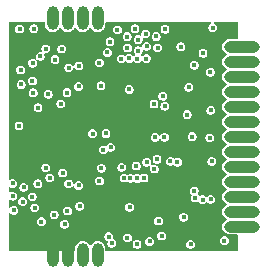
<source format=gbr>
%TF.GenerationSoftware,KiCad,Pcbnew,9.0.0*%
%TF.CreationDate,2025-02-25T16:03:33+01:00*%
%TF.ProjectId,2_In_6_Out,325f496e-5f36-45f4-9f75-742e6b696361,0*%
%TF.SameCoordinates,Original*%
%TF.FileFunction,Copper,L3,Inr*%
%TF.FilePolarity,Positive*%
%FSLAX46Y46*%
G04 Gerber Fmt 4.6, Leading zero omitted, Abs format (unit mm)*
G04 Created by KiCad (PCBNEW 9.0.0) date 2025-02-25 16:03:33*
%MOMM*%
%LPD*%
G01*
G04 APERTURE LIST*
%TA.AperFunction,CastellatedPad*%
%ADD10O,3.000000X1.000000*%
%TD*%
%TA.AperFunction,ComponentPad*%
%ADD11O,1.000000X2.000000*%
%TD*%
%TA.AperFunction,ViaPad*%
%ADD12C,0.450000*%
%TD*%
G04 APERTURE END LIST*
D10*
%TO.N,GND*%
%TO.C,J3*%
X109146250Y-53130000D03*
%TO.N,/ClockBuffers/MasterTrigger_out_3*%
X109146250Y-54400000D03*
%TO.N,GND*%
X109146250Y-55670000D03*
%TO.N,/ClockBuffers/Heimtime_out_3*%
X109146250Y-56940000D03*
%TO.N,GND*%
X109146250Y-58210000D03*
%TO.N,/ClockBuffers/MasterTrigger_out_2*%
X109146250Y-59480000D03*
%TO.N,GND*%
X109146250Y-60750000D03*
%TO.N,/ClockBuffers/Heimtime_out_2*%
X109146250Y-62020000D03*
%TO.N,GND*%
X109146250Y-63290000D03*
%TO.N,/ClockBuffers/MasterTrigger_out_1*%
X109146250Y-64560000D03*
%TO.N,GND*%
X109146250Y-65830000D03*
%TO.N,/ClockBuffers/Heimtime_out_1*%
X109146250Y-67100000D03*
%TO.N,GND*%
X109146250Y-68370000D03*
%TD*%
D11*
%TO.N,GND*%
%TO.C,J4*%
X96956250Y-50750000D03*
X95686250Y-50750000D03*
X94416250Y-50750000D03*
X93146250Y-50750000D03*
%TD*%
%TO.N,GND*%
%TO.C,J5*%
X96956250Y-70750000D03*
X95686250Y-70750000D03*
%TO.N,3V3*%
X94416250Y-70750000D03*
X93146250Y-70750000D03*
%TD*%
D12*
%TO.N,GND*%
X100216250Y-63240000D03*
X99626250Y-56760000D03*
X97656250Y-60480000D03*
X101346250Y-69630000D03*
X101816250Y-60810000D03*
X100326250Y-54140000D03*
X94356250Y-57020000D03*
X95436250Y-66640000D03*
X102606250Y-60800000D03*
X103996250Y-53150000D03*
X90696250Y-65050000D03*
X99476250Y-53250000D03*
X105876250Y-53690000D03*
X89766250Y-65790000D03*
X97786250Y-53630000D03*
X106526250Y-66060000D03*
X93826250Y-57980000D03*
X101106250Y-62910000D03*
X98986250Y-63350000D03*
X97431250Y-61856267D03*
X106436250Y-60860000D03*
X97266250Y-63420000D03*
X90346250Y-51640000D03*
X91416250Y-65840000D03*
X100876250Y-64260000D03*
X92556250Y-63400000D03*
X100116250Y-51630000D03*
X94506250Y-54920000D03*
X93346250Y-54230000D03*
X98626250Y-51710000D03*
X92196250Y-67950000D03*
X99206250Y-64260000D03*
X94396250Y-67050000D03*
X97096250Y-54510000D03*
X99656250Y-66730000D03*
X105207737Y-65945728D03*
X100286250Y-69860000D03*
X104226250Y-67570000D03*
X103110564Y-62838159D03*
X89866250Y-66990000D03*
X100376250Y-53480000D03*
X104816250Y-69870000D03*
X107686250Y-69560000D03*
X101746250Y-63500000D03*
X102366250Y-69170000D03*
X92096250Y-53950000D03*
X101906250Y-52270000D03*
X94156250Y-68170000D03*
X101076250Y-54140000D03*
X104956250Y-60750000D03*
X97236250Y-56440000D03*
X90596250Y-66250000D03*
X106616250Y-62850000D03*
X98956250Y-54160000D03*
X96522972Y-60499311D03*
X92896250Y-64250000D03*
X91626250Y-66770000D03*
X99443773Y-52281263D03*
X100386250Y-52540000D03*
X101096250Y-53110000D03*
X101722216Y-57994846D03*
X105846250Y-66080000D03*
X95366250Y-54770000D03*
X106496250Y-55300000D03*
X99626250Y-54130000D03*
X102026250Y-53230000D03*
X102106250Y-67900000D03*
X91446250Y-54530000D03*
X97996250Y-52730000D03*
X105126250Y-54700000D03*
X97100532Y-64515000D03*
X90476250Y-56340000D03*
X92756250Y-57160000D03*
X91496250Y-57050000D03*
X99716250Y-64280000D03*
X92556250Y-53310000D03*
X90426250Y-55110000D03*
X91433048Y-56048181D03*
X93276250Y-67370000D03*
X102656250Y-51650000D03*
X106536250Y-58530000D03*
X89746250Y-64720000D03*
X99476250Y-69330000D03*
X93906250Y-53340000D03*
X95336250Y-64890000D03*
X102466250Y-57330000D03*
X104676250Y-56580000D03*
X106696250Y-51520000D03*
X90296250Y-59850000D03*
X91556250Y-51620000D03*
X91906250Y-58310000D03*
X93996250Y-63830000D03*
X100296250Y-64290000D03*
X98155506Y-69784027D03*
X101026250Y-52040000D03*
X101976250Y-62660000D03*
X94496250Y-64750000D03*
X91896250Y-64750000D03*
X102646250Y-58180000D03*
X95336250Y-56510000D03*
X104526250Y-58890000D03*
%TO.N,3V3*%
X101906250Y-68550000D03*
X101616250Y-58560000D03*
X97086250Y-55170000D03*
X97086250Y-65170000D03*
X95896250Y-60750000D03*
%TO.N,/ClockBuffers/Heimtime_out_3*%
X103706250Y-62910000D03*
%TO.N,/ClockBuffers/Heimtime_out_2*%
X105136250Y-65350000D03*
%TO.N,Net-(D3-A)*%
X98056250Y-61660000D03*
X97886250Y-69220000D03*
%TD*%
%TA.AperFunction,Conductor*%
%TO.N,3V3*%
G36*
X92474076Y-51072174D02*
G01*
X92495750Y-51124500D01*
X92495750Y-51314069D01*
X92499814Y-51334500D01*
X92520747Y-51439739D01*
X92520748Y-51439742D01*
X92558606Y-51531140D01*
X92569785Y-51558127D01*
X92640974Y-51664669D01*
X92731581Y-51755276D01*
X92838123Y-51826465D01*
X92956506Y-51875501D01*
X92956508Y-51875501D01*
X92956510Y-51875502D01*
X92999153Y-51883984D01*
X93082181Y-51900500D01*
X93082183Y-51900500D01*
X93210317Y-51900500D01*
X93210319Y-51900500D01*
X93335994Y-51875501D01*
X93454377Y-51826465D01*
X93560919Y-51755276D01*
X93651526Y-51664669D01*
X93719723Y-51562604D01*
X93766813Y-51531140D01*
X93822362Y-51542189D01*
X93842775Y-51562602D01*
X93910974Y-51664669D01*
X94001581Y-51755276D01*
X94108123Y-51826465D01*
X94226506Y-51875501D01*
X94226508Y-51875501D01*
X94226510Y-51875502D01*
X94269153Y-51883984D01*
X94352181Y-51900500D01*
X94352183Y-51900500D01*
X94480317Y-51900500D01*
X94480319Y-51900500D01*
X94605994Y-51875501D01*
X94724377Y-51826465D01*
X94830919Y-51755276D01*
X94921526Y-51664669D01*
X94989723Y-51562604D01*
X95036813Y-51531140D01*
X95092362Y-51542189D01*
X95112775Y-51562602D01*
X95180974Y-51664669D01*
X95271581Y-51755276D01*
X95378123Y-51826465D01*
X95496506Y-51875501D01*
X95496508Y-51875501D01*
X95496510Y-51875502D01*
X95539153Y-51883984D01*
X95622181Y-51900500D01*
X95622183Y-51900500D01*
X95750317Y-51900500D01*
X95750319Y-51900500D01*
X95875994Y-51875501D01*
X95994377Y-51826465D01*
X96100919Y-51755276D01*
X96191526Y-51664669D01*
X96259723Y-51562604D01*
X96306813Y-51531140D01*
X96362362Y-51542189D01*
X96382775Y-51562602D01*
X96450974Y-51664669D01*
X96541581Y-51755276D01*
X96648123Y-51826465D01*
X96766506Y-51875501D01*
X96766508Y-51875501D01*
X96766510Y-51875502D01*
X96809153Y-51883984D01*
X96892181Y-51900500D01*
X96892183Y-51900500D01*
X97020317Y-51900500D01*
X97020319Y-51900500D01*
X97145994Y-51875501D01*
X97264377Y-51826465D01*
X97370919Y-51755276D01*
X97461526Y-51664669D01*
X97464270Y-51660562D01*
X98250750Y-51660562D01*
X98250750Y-51759437D01*
X98276338Y-51854934D01*
X98276340Y-51854939D01*
X98299507Y-51895065D01*
X98325775Y-51940562D01*
X98395688Y-52010475D01*
X98458367Y-52046663D01*
X98465361Y-52050701D01*
X98481312Y-52059910D01*
X98481313Y-52059910D01*
X98481315Y-52059911D01*
X98529063Y-52072705D01*
X98576812Y-52085499D01*
X98576813Y-52085500D01*
X98576815Y-52085500D01*
X98675687Y-52085500D01*
X98675687Y-52085499D01*
X98771188Y-52059910D01*
X98856812Y-52010475D01*
X98926725Y-51940562D01*
X98976160Y-51854938D01*
X99001749Y-51759437D01*
X99001750Y-51759437D01*
X99001750Y-51660563D01*
X99001749Y-51660562D01*
X98984147Y-51594868D01*
X98980314Y-51580562D01*
X99740750Y-51580562D01*
X99740750Y-51679437D01*
X99766338Y-51774934D01*
X99766340Y-51774939D01*
X99812526Y-51854934D01*
X99815775Y-51860562D01*
X99885688Y-51930475D01*
X99971312Y-51979910D01*
X99971313Y-51979910D01*
X99971315Y-51979911D01*
X100008629Y-51989909D01*
X100066812Y-52005499D01*
X100066813Y-52005500D01*
X100066815Y-52005500D01*
X100165687Y-52005500D01*
X100165687Y-52005499D01*
X100261188Y-51979910D01*
X100346812Y-51930475D01*
X100416725Y-51860562D01*
X100466160Y-51774938D01*
X100491749Y-51679437D01*
X100491750Y-51679437D01*
X100491750Y-51600562D01*
X102280750Y-51600562D01*
X102280750Y-51699437D01*
X102306338Y-51794934D01*
X102306340Y-51794939D01*
X102352853Y-51875501D01*
X102355775Y-51880562D01*
X102425688Y-51950475D01*
X102476669Y-51979909D01*
X102503673Y-51995500D01*
X102511312Y-51999910D01*
X102511313Y-51999910D01*
X102511315Y-51999911D01*
X102532170Y-52005499D01*
X102606812Y-52025499D01*
X102606813Y-52025500D01*
X102606815Y-52025500D01*
X102705687Y-52025500D01*
X102705687Y-52025499D01*
X102801188Y-51999910D01*
X102886812Y-51950475D01*
X102956725Y-51880562D01*
X103006160Y-51794938D01*
X103031749Y-51699437D01*
X103031750Y-51699437D01*
X103031750Y-51600563D01*
X103031749Y-51600562D01*
X103029070Y-51590565D01*
X103006160Y-51505062D01*
X102956725Y-51419438D01*
X102886812Y-51349525D01*
X102801189Y-51300090D01*
X102801184Y-51300088D01*
X102705687Y-51274500D01*
X102705685Y-51274500D01*
X102606815Y-51274500D01*
X102606813Y-51274500D01*
X102511315Y-51300088D01*
X102511310Y-51300090D01*
X102425687Y-51349525D01*
X102355775Y-51419437D01*
X102306340Y-51505060D01*
X102306338Y-51505065D01*
X102280750Y-51600562D01*
X100491750Y-51600562D01*
X100491750Y-51580563D01*
X100491749Y-51580562D01*
X100489070Y-51570565D01*
X100471519Y-51505062D01*
X100466161Y-51485065D01*
X100466159Y-51485060D01*
X100439996Y-51439744D01*
X100416725Y-51399438D01*
X100346812Y-51329525D01*
X100261189Y-51280090D01*
X100261184Y-51280088D01*
X100165687Y-51254500D01*
X100165685Y-51254500D01*
X100066815Y-51254500D01*
X100066813Y-51254500D01*
X99971315Y-51280088D01*
X99971310Y-51280090D01*
X99885687Y-51329525D01*
X99815775Y-51399437D01*
X99766340Y-51485060D01*
X99766338Y-51485065D01*
X99740750Y-51580562D01*
X98980314Y-51580562D01*
X98976161Y-51565065D01*
X98976159Y-51565060D01*
X98956575Y-51531140D01*
X98926725Y-51479438D01*
X98856812Y-51409525D01*
X98839339Y-51399437D01*
X98771189Y-51360090D01*
X98771184Y-51360088D01*
X98675687Y-51334500D01*
X98675685Y-51334500D01*
X98576815Y-51334500D01*
X98576813Y-51334500D01*
X98481315Y-51360088D01*
X98481310Y-51360090D01*
X98395687Y-51409525D01*
X98325775Y-51479437D01*
X98276340Y-51565060D01*
X98276338Y-51565065D01*
X98250750Y-51660562D01*
X97464270Y-51660562D01*
X97532715Y-51558127D01*
X97581751Y-51439744D01*
X97606750Y-51314069D01*
X97606750Y-51124500D01*
X97628424Y-51072174D01*
X97680750Y-51050500D01*
X106482276Y-51050500D01*
X106534602Y-51072174D01*
X106556276Y-51124500D01*
X106534602Y-51176826D01*
X106519276Y-51188586D01*
X106465687Y-51219525D01*
X106395775Y-51289437D01*
X106346340Y-51375060D01*
X106346338Y-51375065D01*
X106320750Y-51470562D01*
X106320750Y-51569437D01*
X106346338Y-51664934D01*
X106346340Y-51664939D01*
X106366258Y-51699437D01*
X106395775Y-51750562D01*
X106465688Y-51820475D01*
X106551312Y-51869910D01*
X106551313Y-51869910D01*
X106551315Y-51869911D01*
X106591066Y-51880562D01*
X106646812Y-51895499D01*
X106646813Y-51895500D01*
X106646815Y-51895500D01*
X106745687Y-51895500D01*
X106745687Y-51895499D01*
X106841188Y-51869910D01*
X106926812Y-51820475D01*
X106996725Y-51750562D01*
X107046160Y-51664938D01*
X107071749Y-51569437D01*
X107071750Y-51569437D01*
X107071750Y-51470563D01*
X107071749Y-51470562D01*
X107063491Y-51439744D01*
X107046160Y-51375062D01*
X106996725Y-51289438D01*
X106926812Y-51219525D01*
X106873223Y-51188585D01*
X106838745Y-51143653D01*
X106846138Y-51087500D01*
X106891071Y-51053021D01*
X106910224Y-51050500D01*
X108771750Y-51050500D01*
X108824076Y-51072174D01*
X108845750Y-51124500D01*
X108845750Y-52405500D01*
X108824076Y-52457826D01*
X108771750Y-52479500D01*
X108082181Y-52479500D01*
X108050976Y-52485707D01*
X107956510Y-52504497D01*
X107956507Y-52504498D01*
X107838126Y-52553533D01*
X107731581Y-52624723D01*
X107731580Y-52624725D01*
X107640975Y-52715330D01*
X107640973Y-52715331D01*
X107569783Y-52821876D01*
X107520748Y-52940257D01*
X107520747Y-52940260D01*
X107507857Y-53005065D01*
X107495750Y-53065931D01*
X107495750Y-53194069D01*
X107496818Y-53199437D01*
X107520747Y-53319739D01*
X107520748Y-53319742D01*
X107566652Y-53430565D01*
X107569785Y-53438127D01*
X107601063Y-53484938D01*
X107636995Y-53538715D01*
X107640974Y-53544669D01*
X107731581Y-53635276D01*
X107833643Y-53703472D01*
X107865109Y-53750563D01*
X107854060Y-53806112D01*
X107833644Y-53826527D01*
X107796862Y-53851104D01*
X107731581Y-53894723D01*
X107731580Y-53894725D01*
X107640975Y-53985330D01*
X107640973Y-53985331D01*
X107569783Y-54091876D01*
X107520748Y-54210257D01*
X107520747Y-54210260D01*
X107506987Y-54279438D01*
X107495750Y-54335931D01*
X107495750Y-54464069D01*
X107502836Y-54499696D01*
X107520747Y-54589739D01*
X107520748Y-54589742D01*
X107562043Y-54689438D01*
X107569785Y-54708127D01*
X107617457Y-54779473D01*
X107640118Y-54813389D01*
X107640974Y-54814669D01*
X107731581Y-54905276D01*
X107833643Y-54973472D01*
X107865109Y-55020563D01*
X107854060Y-55076112D01*
X107833644Y-55096527D01*
X107796862Y-55121104D01*
X107731581Y-55164723D01*
X107731580Y-55164725D01*
X107640975Y-55255330D01*
X107640973Y-55255331D01*
X107569783Y-55361876D01*
X107520748Y-55480257D01*
X107520747Y-55480260D01*
X107510742Y-55530562D01*
X107496836Y-55600474D01*
X107495750Y-55605932D01*
X107495750Y-55734067D01*
X107520747Y-55859739D01*
X107520748Y-55859742D01*
X107520749Y-55859744D01*
X107569785Y-55978127D01*
X107610810Y-56039525D01*
X107627497Y-56064500D01*
X107640974Y-56084669D01*
X107731581Y-56175276D01*
X107833643Y-56243472D01*
X107865109Y-56290563D01*
X107854060Y-56346112D01*
X107833644Y-56366527D01*
X107806747Y-56384500D01*
X107731581Y-56434723D01*
X107731580Y-56434725D01*
X107640975Y-56525330D01*
X107640973Y-56525331D01*
X107569783Y-56631876D01*
X107520748Y-56750257D01*
X107520747Y-56750260D01*
X107506987Y-56819438D01*
X107495750Y-56875931D01*
X107495750Y-57004069D01*
X107500814Y-57029525D01*
X107520747Y-57129739D01*
X107520748Y-57129742D01*
X107547753Y-57194939D01*
X107569785Y-57248127D01*
X107607742Y-57304934D01*
X107638171Y-57350475D01*
X107640974Y-57354669D01*
X107731581Y-57445276D01*
X107833643Y-57513472D01*
X107865109Y-57560563D01*
X107854060Y-57616112D01*
X107833644Y-57636527D01*
X107796862Y-57661104D01*
X107731581Y-57704723D01*
X107731580Y-57704725D01*
X107640975Y-57795330D01*
X107640973Y-57795331D01*
X107569783Y-57901876D01*
X107520748Y-58020257D01*
X107520747Y-58020260D01*
X107499927Y-58124934D01*
X107495750Y-58145931D01*
X107495750Y-58274069D01*
X107500796Y-58299437D01*
X107520747Y-58399739D01*
X107520748Y-58399742D01*
X107568282Y-58514500D01*
X107569785Y-58518127D01*
X107640974Y-58624669D01*
X107731581Y-58715276D01*
X107833643Y-58783472D01*
X107865109Y-58830563D01*
X107854060Y-58886112D01*
X107833644Y-58906527D01*
X107796862Y-58931104D01*
X107731581Y-58974723D01*
X107731580Y-58974725D01*
X107640975Y-59065330D01*
X107640973Y-59065331D01*
X107569783Y-59171876D01*
X107520748Y-59290257D01*
X107520747Y-59290260D01*
X107499293Y-59398117D01*
X107495750Y-59415931D01*
X107495750Y-59544069D01*
X107502836Y-59579696D01*
X107520747Y-59669739D01*
X107520748Y-59669742D01*
X107520749Y-59669744D01*
X107569785Y-59788127D01*
X107640974Y-59894669D01*
X107731581Y-59985276D01*
X107833643Y-60053472D01*
X107865109Y-60100563D01*
X107854060Y-60156112D01*
X107833644Y-60176527D01*
X107796862Y-60201104D01*
X107731581Y-60244723D01*
X107731580Y-60244725D01*
X107640975Y-60335330D01*
X107640973Y-60335331D01*
X107569783Y-60441876D01*
X107520748Y-60560257D01*
X107520747Y-60560260D01*
X107495750Y-60685932D01*
X107495750Y-60814067D01*
X107520747Y-60939739D01*
X107520748Y-60939742D01*
X107558366Y-61030561D01*
X107569785Y-61058127D01*
X107614802Y-61125500D01*
X107638171Y-61160475D01*
X107640974Y-61164669D01*
X107731581Y-61255276D01*
X107833643Y-61323472D01*
X107865109Y-61370563D01*
X107854060Y-61426112D01*
X107833644Y-61446527D01*
X107796862Y-61471104D01*
X107731581Y-61514723D01*
X107731580Y-61514725D01*
X107640975Y-61605330D01*
X107640973Y-61605331D01*
X107569783Y-61711876D01*
X107520748Y-61830257D01*
X107520747Y-61830260D01*
X107495750Y-61955932D01*
X107495750Y-62084067D01*
X107520747Y-62209739D01*
X107520748Y-62209742D01*
X107562313Y-62310090D01*
X107569785Y-62328127D01*
X107617457Y-62399473D01*
X107637478Y-62429438D01*
X107640974Y-62434669D01*
X107731581Y-62525276D01*
X107833643Y-62593472D01*
X107865109Y-62640563D01*
X107854060Y-62696112D01*
X107833644Y-62716527D01*
X107796862Y-62741104D01*
X107731581Y-62784723D01*
X107731580Y-62784725D01*
X107640975Y-62875330D01*
X107640973Y-62875331D01*
X107569783Y-62981876D01*
X107520748Y-63100257D01*
X107520747Y-63100260D01*
X107502785Y-63190563D01*
X107495750Y-63225931D01*
X107495750Y-63354069D01*
X107501890Y-63384934D01*
X107520747Y-63479739D01*
X107520748Y-63479742D01*
X107566381Y-63589911D01*
X107569785Y-63598127D01*
X107601063Y-63644938D01*
X107638171Y-63700475D01*
X107640974Y-63704669D01*
X107731581Y-63795276D01*
X107833643Y-63863472D01*
X107865109Y-63910563D01*
X107854060Y-63966112D01*
X107833644Y-63986527D01*
X107807648Y-64003898D01*
X107731581Y-64054723D01*
X107731580Y-64054725D01*
X107640975Y-64145330D01*
X107640973Y-64145331D01*
X107569783Y-64251876D01*
X107520748Y-64370257D01*
X107520747Y-64370260D01*
X107504981Y-64449525D01*
X107495750Y-64495931D01*
X107495750Y-64624069D01*
X107496035Y-64625500D01*
X107520747Y-64749739D01*
X107520748Y-64749742D01*
X107558367Y-64840563D01*
X107569785Y-64868127D01*
X107640974Y-64974669D01*
X107731581Y-65065276D01*
X107833643Y-65133472D01*
X107865109Y-65180563D01*
X107854060Y-65236112D01*
X107833644Y-65256527D01*
X107797674Y-65280562D01*
X107731581Y-65324723D01*
X107731580Y-65324725D01*
X107640975Y-65415330D01*
X107640973Y-65415331D01*
X107569783Y-65521876D01*
X107520748Y-65640257D01*
X107520747Y-65640260D01*
X107505848Y-65715166D01*
X107495750Y-65765931D01*
X107495750Y-65894069D01*
X107502836Y-65929696D01*
X107520747Y-66019739D01*
X107520748Y-66019742D01*
X107555322Y-66103212D01*
X107569785Y-66138127D01*
X107640974Y-66244669D01*
X107731581Y-66335276D01*
X107833643Y-66403472D01*
X107865109Y-66450563D01*
X107854060Y-66506112D01*
X107833644Y-66526527D01*
X107797806Y-66550474D01*
X107731581Y-66594723D01*
X107731580Y-66594725D01*
X107640975Y-66685330D01*
X107640973Y-66685331D01*
X107569783Y-66791876D01*
X107520748Y-66910257D01*
X107520747Y-66910260D01*
X107502785Y-67000563D01*
X107496836Y-67030474D01*
X107495750Y-67035932D01*
X107495750Y-67164067D01*
X107520747Y-67289739D01*
X107520748Y-67289742D01*
X107566381Y-67399911D01*
X107569785Y-67408127D01*
X107640974Y-67514669D01*
X107731581Y-67605276D01*
X107833643Y-67673472D01*
X107865109Y-67720563D01*
X107854060Y-67776112D01*
X107833644Y-67796527D01*
X107798384Y-67820088D01*
X107731581Y-67864723D01*
X107731580Y-67864725D01*
X107640975Y-67955330D01*
X107640973Y-67955331D01*
X107569783Y-68061876D01*
X107520748Y-68180257D01*
X107520747Y-68180260D01*
X107506893Y-68249911D01*
X107496948Y-68299911D01*
X107495750Y-68305932D01*
X107495750Y-68434067D01*
X107520747Y-68559739D01*
X107520748Y-68559742D01*
X107520749Y-68559744D01*
X107569785Y-68678127D01*
X107640974Y-68784669D01*
X107731581Y-68875276D01*
X107838123Y-68946465D01*
X107956506Y-68995501D01*
X107956508Y-68995501D01*
X107956510Y-68995502D01*
X107999153Y-69003984D01*
X108082181Y-69020500D01*
X108771750Y-69020500D01*
X108824076Y-69042174D01*
X108845750Y-69094500D01*
X108845750Y-70375500D01*
X108824076Y-70427826D01*
X108771750Y-70449500D01*
X97680750Y-70449500D01*
X97628424Y-70427826D01*
X97606750Y-70375500D01*
X97606750Y-70185932D01*
X97603675Y-70170475D01*
X97589769Y-70100562D01*
X97581752Y-70060260D01*
X97581751Y-70060257D01*
X97562979Y-70014938D01*
X97532715Y-69941873D01*
X97461526Y-69835331D01*
X97370919Y-69744724D01*
X97355755Y-69734592D01*
X97326531Y-69715065D01*
X97264377Y-69673535D01*
X97264374Y-69673533D01*
X97264373Y-69673533D01*
X97145992Y-69624498D01*
X97145989Y-69624497D01*
X97052679Y-69605937D01*
X97020319Y-69599500D01*
X96892181Y-69599500D01*
X96860976Y-69605707D01*
X96766510Y-69624497D01*
X96766507Y-69624498D01*
X96648126Y-69673533D01*
X96541581Y-69744723D01*
X96541580Y-69744725D01*
X96450975Y-69835330D01*
X96450973Y-69835331D01*
X96434173Y-69860475D01*
X96382777Y-69937393D01*
X96335687Y-69968859D01*
X96280138Y-69957810D01*
X96259722Y-69937394D01*
X96191526Y-69835331D01*
X96100919Y-69744724D01*
X96085755Y-69734592D01*
X96056531Y-69715065D01*
X95994377Y-69673535D01*
X95994374Y-69673533D01*
X95994373Y-69673533D01*
X95875992Y-69624498D01*
X95875989Y-69624497D01*
X95782679Y-69605937D01*
X95750319Y-69599500D01*
X95622181Y-69599500D01*
X95590976Y-69605707D01*
X95496510Y-69624497D01*
X95496507Y-69624498D01*
X95378126Y-69673533D01*
X95271581Y-69744723D01*
X95271580Y-69744725D01*
X95180975Y-69835330D01*
X95180973Y-69835331D01*
X95109783Y-69941876D01*
X95060748Y-70060257D01*
X95060747Y-70060260D01*
X95046092Y-70133938D01*
X95038825Y-70170475D01*
X95035750Y-70185932D01*
X95035750Y-70375500D01*
X95014076Y-70427826D01*
X94961750Y-70449500D01*
X89520750Y-70449500D01*
X89468424Y-70427826D01*
X89446750Y-70375500D01*
X89446750Y-69170562D01*
X97510750Y-69170562D01*
X97510750Y-69269437D01*
X97536338Y-69364934D01*
X97536340Y-69364939D01*
X97565278Y-69415060D01*
X97585775Y-69450562D01*
X97655688Y-69520475D01*
X97741312Y-69569910D01*
X97747102Y-69571461D01*
X97792037Y-69605937D01*
X97799432Y-69662089D01*
X97799432Y-69662092D01*
X97780006Y-69734592D01*
X97780006Y-69833464D01*
X97805594Y-69928961D01*
X97805596Y-69928966D01*
X97849457Y-70004934D01*
X97855031Y-70014589D01*
X97924944Y-70084502D01*
X98010568Y-70133937D01*
X98010569Y-70133937D01*
X98010571Y-70133938D01*
X98058319Y-70146732D01*
X98106068Y-70159526D01*
X98106069Y-70159527D01*
X98106071Y-70159527D01*
X98204943Y-70159527D01*
X98204943Y-70159526D01*
X98300444Y-70133937D01*
X98386068Y-70084502D01*
X98455981Y-70014589D01*
X98505416Y-69928965D01*
X98531005Y-69833464D01*
X98531006Y-69833464D01*
X98531006Y-69810562D01*
X99910750Y-69810562D01*
X99910750Y-69909437D01*
X99936338Y-70004934D01*
X99936340Y-70004939D01*
X99942111Y-70014934D01*
X99985775Y-70090562D01*
X100055688Y-70160475D01*
X100141312Y-70209910D01*
X100141313Y-70209910D01*
X100141315Y-70209911D01*
X100178629Y-70219909D01*
X100236812Y-70235499D01*
X100236813Y-70235500D01*
X100236815Y-70235500D01*
X100335687Y-70235500D01*
X100335687Y-70235499D01*
X100431188Y-70209910D01*
X100516812Y-70160475D01*
X100586725Y-70090562D01*
X100636160Y-70004938D01*
X100661749Y-69909437D01*
X100661750Y-69909437D01*
X100661750Y-69810563D01*
X100661749Y-69810562D01*
X100636161Y-69715065D01*
X100636159Y-69715060D01*
X100622913Y-69692117D01*
X100586725Y-69629438D01*
X100537849Y-69580562D01*
X100970750Y-69580562D01*
X100970750Y-69679437D01*
X100996338Y-69774934D01*
X100996340Y-69774939D01*
X101030129Y-69833462D01*
X101045775Y-69860562D01*
X101115688Y-69930475D01*
X101201312Y-69979910D01*
X101201313Y-69979910D01*
X101201315Y-69979911D01*
X101249063Y-69992705D01*
X101296812Y-70005499D01*
X101296813Y-70005500D01*
X101296815Y-70005500D01*
X101395687Y-70005500D01*
X101395687Y-70005499D01*
X101491188Y-69979910D01*
X101576812Y-69930475D01*
X101646725Y-69860562D01*
X101669819Y-69820562D01*
X104440750Y-69820562D01*
X104440750Y-69919437D01*
X104466338Y-70014934D01*
X104466340Y-70014939D01*
X104515775Y-70100562D01*
X104585688Y-70170475D01*
X104671312Y-70219910D01*
X104671313Y-70219910D01*
X104671315Y-70219911D01*
X104719063Y-70232705D01*
X104766812Y-70245499D01*
X104766813Y-70245500D01*
X104766815Y-70245500D01*
X104865687Y-70245500D01*
X104865687Y-70245499D01*
X104961188Y-70219910D01*
X105046812Y-70170475D01*
X105116725Y-70100562D01*
X105166160Y-70014938D01*
X105191749Y-69919437D01*
X105191750Y-69919437D01*
X105191750Y-69820563D01*
X105191749Y-69820562D01*
X105189070Y-69810565D01*
X105171429Y-69744725D01*
X105166161Y-69725065D01*
X105166159Y-69725060D01*
X105140092Y-69679911D01*
X105116725Y-69639438D01*
X105046812Y-69569525D01*
X105031288Y-69560562D01*
X104961189Y-69520090D01*
X104961184Y-69520088D01*
X104925632Y-69510562D01*
X107310750Y-69510562D01*
X107310750Y-69609437D01*
X107336338Y-69704934D01*
X107336340Y-69704939D01*
X107359310Y-69744723D01*
X107385775Y-69790562D01*
X107455688Y-69860475D01*
X107455839Y-69860562D01*
X107540492Y-69909437D01*
X107541312Y-69909910D01*
X107541313Y-69909910D01*
X107541315Y-69909911D01*
X107576860Y-69919435D01*
X107636812Y-69935499D01*
X107636813Y-69935500D01*
X107636815Y-69935500D01*
X107735687Y-69935500D01*
X107735687Y-69935499D01*
X107831188Y-69909910D01*
X107916812Y-69860475D01*
X107986725Y-69790562D01*
X108036160Y-69704938D01*
X108061749Y-69609437D01*
X108061750Y-69609437D01*
X108061750Y-69510563D01*
X108061749Y-69510562D01*
X108036161Y-69415065D01*
X108036159Y-69415060D01*
X108007221Y-69364938D01*
X107986725Y-69329438D01*
X107916812Y-69259525D01*
X107831189Y-69210090D01*
X107831184Y-69210088D01*
X107735687Y-69184500D01*
X107735685Y-69184500D01*
X107636815Y-69184500D01*
X107636813Y-69184500D01*
X107541315Y-69210088D01*
X107541310Y-69210090D01*
X107455687Y-69259525D01*
X107385775Y-69329437D01*
X107336340Y-69415060D01*
X107336338Y-69415065D01*
X107310750Y-69510562D01*
X104925632Y-69510562D01*
X104865687Y-69494500D01*
X104865685Y-69494500D01*
X104766815Y-69494500D01*
X104766813Y-69494500D01*
X104671315Y-69520088D01*
X104671310Y-69520090D01*
X104585687Y-69569525D01*
X104515775Y-69639437D01*
X104466340Y-69725060D01*
X104466338Y-69725065D01*
X104440750Y-69820562D01*
X101669819Y-69820562D01*
X101696160Y-69774938D01*
X101721749Y-69679437D01*
X101721750Y-69679437D01*
X101721750Y-69580563D01*
X101721749Y-69580562D01*
X101719310Y-69571461D01*
X101696160Y-69485062D01*
X101690315Y-69474939D01*
X101665851Y-69432565D01*
X101646725Y-69399438D01*
X101576812Y-69329525D01*
X101576660Y-69329437D01*
X101491189Y-69280090D01*
X101491184Y-69280088D01*
X101395687Y-69254500D01*
X101395685Y-69254500D01*
X101296815Y-69254500D01*
X101296813Y-69254500D01*
X101201315Y-69280088D01*
X101201310Y-69280090D01*
X101115687Y-69329525D01*
X101045775Y-69399437D01*
X100996340Y-69485060D01*
X100996338Y-69485065D01*
X100970750Y-69580562D01*
X100537849Y-69580562D01*
X100516812Y-69559525D01*
X100492520Y-69545500D01*
X100431189Y-69510090D01*
X100431184Y-69510088D01*
X100335687Y-69484500D01*
X100335685Y-69484500D01*
X100236815Y-69484500D01*
X100236813Y-69484500D01*
X100141315Y-69510088D01*
X100141310Y-69510090D01*
X100055687Y-69559525D01*
X99985775Y-69629437D01*
X99936340Y-69715060D01*
X99936338Y-69715065D01*
X99910750Y-69810562D01*
X98531006Y-69810562D01*
X98531006Y-69734590D01*
X98531005Y-69734589D01*
X98523210Y-69705499D01*
X98505416Y-69639089D01*
X98499843Y-69629437D01*
X98466371Y-69571461D01*
X98455981Y-69553465D01*
X98386068Y-69483552D01*
X98328928Y-69450562D01*
X98300445Y-69434117D01*
X98298477Y-69433590D01*
X98294648Y-69432564D01*
X98272483Y-69415556D01*
X98250173Y-69398867D01*
X98250106Y-69398386D01*
X98249716Y-69398087D01*
X98242095Y-69342809D01*
X98242203Y-69342384D01*
X98258768Y-69280562D01*
X99100750Y-69280562D01*
X99100750Y-69379437D01*
X99126338Y-69474934D01*
X99126340Y-69474939D01*
X99152305Y-69519911D01*
X99175775Y-69560562D01*
X99245688Y-69630475D01*
X99300445Y-69662089D01*
X99330492Y-69679437D01*
X99331312Y-69679910D01*
X99331313Y-69679910D01*
X99331315Y-69679911D01*
X99379063Y-69692705D01*
X99426812Y-69705499D01*
X99426813Y-69705500D01*
X99426815Y-69705500D01*
X99525687Y-69705500D01*
X99525687Y-69705499D01*
X99621188Y-69679910D01*
X99706812Y-69630475D01*
X99776725Y-69560562D01*
X99826160Y-69474938D01*
X99851749Y-69379437D01*
X99851750Y-69379437D01*
X99851750Y-69280563D01*
X99851749Y-69280562D01*
X99826161Y-69185065D01*
X99826158Y-69185057D01*
X99807485Y-69152716D01*
X99807484Y-69152715D01*
X99788922Y-69120565D01*
X99788920Y-69120562D01*
X101990750Y-69120562D01*
X101990750Y-69219437D01*
X102016338Y-69314934D01*
X102016340Y-69314939D01*
X102032431Y-69342809D01*
X102065775Y-69400562D01*
X102135688Y-69470475D01*
X102160959Y-69485065D01*
X102205122Y-69510563D01*
X102221312Y-69519910D01*
X102221313Y-69519910D01*
X102221315Y-69519911D01*
X102269063Y-69532705D01*
X102316812Y-69545499D01*
X102316813Y-69545500D01*
X102316815Y-69545500D01*
X102415687Y-69545500D01*
X102415687Y-69545499D01*
X102511188Y-69519910D01*
X102596812Y-69470475D01*
X102666725Y-69400562D01*
X102716160Y-69314938D01*
X102741749Y-69219437D01*
X102741750Y-69219437D01*
X102741750Y-69120563D01*
X102741749Y-69120562D01*
X102716161Y-69025065D01*
X102716159Y-69025060D01*
X102702913Y-69002117D01*
X102666725Y-68939438D01*
X102596812Y-68869525D01*
X102511189Y-68820090D01*
X102511184Y-68820088D01*
X102415687Y-68794500D01*
X102415685Y-68794500D01*
X102316815Y-68794500D01*
X102316813Y-68794500D01*
X102221315Y-68820088D01*
X102221310Y-68820090D01*
X102135687Y-68869525D01*
X102065775Y-68939437D01*
X102016340Y-69025060D01*
X102016338Y-69025065D01*
X101990750Y-69120562D01*
X99788920Y-69120562D01*
X99776725Y-69099438D01*
X99706812Y-69029525D01*
X99691180Y-69020500D01*
X99621189Y-68980090D01*
X99621184Y-68980088D01*
X99525687Y-68954500D01*
X99525685Y-68954500D01*
X99426815Y-68954500D01*
X99426813Y-68954500D01*
X99331315Y-68980088D01*
X99331310Y-68980090D01*
X99245687Y-69029525D01*
X99175775Y-69099437D01*
X99126340Y-69185060D01*
X99126338Y-69185065D01*
X99100750Y-69280562D01*
X98258768Y-69280562D01*
X98261750Y-69269435D01*
X98261750Y-69170565D01*
X98261750Y-69170563D01*
X98261749Y-69170562D01*
X98236161Y-69075065D01*
X98236159Y-69075060D01*
X98207294Y-69025065D01*
X98186725Y-68989438D01*
X98116812Y-68919525D01*
X98031189Y-68870090D01*
X98031184Y-68870088D01*
X97935687Y-68844500D01*
X97935685Y-68844500D01*
X97836815Y-68844500D01*
X97836813Y-68844500D01*
X97741315Y-68870088D01*
X97741310Y-68870090D01*
X97655687Y-68919525D01*
X97585775Y-68989437D01*
X97536340Y-69075060D01*
X97536338Y-69075065D01*
X97510750Y-69170562D01*
X89446750Y-69170562D01*
X89446750Y-67900562D01*
X91820750Y-67900562D01*
X91820750Y-67999437D01*
X91846338Y-68094934D01*
X91846340Y-68094939D01*
X91895598Y-68180256D01*
X91895775Y-68180562D01*
X91965688Y-68250475D01*
X92051312Y-68299910D01*
X92051313Y-68299910D01*
X92051315Y-68299911D01*
X92073786Y-68305932D01*
X92146812Y-68325499D01*
X92146813Y-68325500D01*
X92146815Y-68325500D01*
X92245687Y-68325500D01*
X92245687Y-68325499D01*
X92341188Y-68299910D01*
X92426812Y-68250475D01*
X92496725Y-68180562D01*
X92531366Y-68120562D01*
X93780750Y-68120562D01*
X93780750Y-68219437D01*
X93806338Y-68314934D01*
X93806340Y-68314939D01*
X93855775Y-68400562D01*
X93925688Y-68470475D01*
X94011312Y-68519910D01*
X94011313Y-68519910D01*
X94011315Y-68519911D01*
X94059063Y-68532705D01*
X94106812Y-68545499D01*
X94106813Y-68545500D01*
X94106815Y-68545500D01*
X94205687Y-68545500D01*
X94205687Y-68545499D01*
X94301188Y-68519910D01*
X94386812Y-68470475D01*
X94456725Y-68400562D01*
X94506160Y-68314938D01*
X94531749Y-68219437D01*
X94531750Y-68219437D01*
X94531750Y-68120563D01*
X94531749Y-68120562D01*
X94524883Y-68094939D01*
X94516024Y-68061876D01*
X94506161Y-68025065D01*
X94506159Y-68025060D01*
X94462498Y-67949437D01*
X94456725Y-67939438D01*
X94386812Y-67869525D01*
X94378498Y-67864725D01*
X94353967Y-67850562D01*
X101730750Y-67850562D01*
X101730750Y-67949437D01*
X101756338Y-68044934D01*
X101756340Y-68044939D01*
X101800002Y-68120563D01*
X101805775Y-68130562D01*
X101875688Y-68200475D01*
X101961312Y-68249910D01*
X101961313Y-68249910D01*
X101961315Y-68249911D01*
X102009063Y-68262705D01*
X102056812Y-68275499D01*
X102056813Y-68275500D01*
X102056815Y-68275500D01*
X102155687Y-68275500D01*
X102155687Y-68275499D01*
X102251188Y-68249910D01*
X102336812Y-68200475D01*
X102406725Y-68130562D01*
X102456160Y-68044938D01*
X102481749Y-67949437D01*
X102481750Y-67949437D01*
X102481750Y-67850563D01*
X102481749Y-67850562D01*
X102456161Y-67755065D01*
X102456159Y-67755060D01*
X102436242Y-67720563D01*
X102406725Y-67669438D01*
X102336812Y-67599525D01*
X102302515Y-67579723D01*
X102251189Y-67550090D01*
X102251184Y-67550088D01*
X102155687Y-67524500D01*
X102155685Y-67524500D01*
X102056815Y-67524500D01*
X102056813Y-67524500D01*
X101961315Y-67550088D01*
X101961310Y-67550090D01*
X101875687Y-67599525D01*
X101805775Y-67669437D01*
X101756340Y-67755060D01*
X101756338Y-67755065D01*
X101730750Y-67850562D01*
X94353967Y-67850562D01*
X94301189Y-67820090D01*
X94301184Y-67820088D01*
X94205687Y-67794500D01*
X94205685Y-67794500D01*
X94106815Y-67794500D01*
X94106813Y-67794500D01*
X94011315Y-67820088D01*
X94011310Y-67820090D01*
X93925687Y-67869525D01*
X93855775Y-67939437D01*
X93806340Y-68025060D01*
X93806338Y-68025065D01*
X93780750Y-68120562D01*
X92531366Y-68120562D01*
X92546160Y-68094938D01*
X92571749Y-67999437D01*
X92571750Y-67999437D01*
X92571750Y-67900563D01*
X92571749Y-67900562D01*
X92546161Y-67805065D01*
X92546159Y-67805060D01*
X92517294Y-67755065D01*
X92496725Y-67719438D01*
X92426812Y-67649525D01*
X92341189Y-67600090D01*
X92341184Y-67600088D01*
X92245687Y-67574500D01*
X92245685Y-67574500D01*
X92146815Y-67574500D01*
X92146813Y-67574500D01*
X92051315Y-67600088D01*
X92051310Y-67600090D01*
X91965687Y-67649525D01*
X91895775Y-67719437D01*
X91846340Y-67805060D01*
X91846338Y-67805065D01*
X91820750Y-67900562D01*
X89446750Y-67900562D01*
X89446750Y-67280189D01*
X89468424Y-67227863D01*
X89520750Y-67206189D01*
X89573076Y-67227863D01*
X89635688Y-67290475D01*
X89698367Y-67326663D01*
X89720492Y-67339437D01*
X89721312Y-67339910D01*
X89721313Y-67339910D01*
X89721315Y-67339911D01*
X89760737Y-67350474D01*
X89816812Y-67365499D01*
X89816813Y-67365500D01*
X89816815Y-67365500D01*
X89915687Y-67365500D01*
X89915687Y-67365499D01*
X90011188Y-67339910D01*
X90044700Y-67320562D01*
X92900750Y-67320562D01*
X92900750Y-67419437D01*
X92926338Y-67514934D01*
X92926340Y-67514939D01*
X92946634Y-67550088D01*
X92975775Y-67600562D01*
X93045688Y-67670475D01*
X93108367Y-67706663D01*
X93130492Y-67719437D01*
X93131312Y-67719910D01*
X93131313Y-67719910D01*
X93131315Y-67719911D01*
X93179063Y-67732705D01*
X93226812Y-67745499D01*
X93226813Y-67745500D01*
X93226815Y-67745500D01*
X93325687Y-67745500D01*
X93325687Y-67745499D01*
X93421188Y-67719910D01*
X93506812Y-67670475D01*
X93576725Y-67600562D01*
X93622913Y-67520562D01*
X103850750Y-67520562D01*
X103850750Y-67619437D01*
X103876338Y-67714934D01*
X103876340Y-67714939D01*
X103899507Y-67755065D01*
X103925775Y-67800562D01*
X103995688Y-67870475D01*
X104081312Y-67919910D01*
X104081313Y-67919910D01*
X104081315Y-67919911D01*
X104129063Y-67932705D01*
X104176812Y-67945499D01*
X104176813Y-67945500D01*
X104176815Y-67945500D01*
X104275687Y-67945500D01*
X104275687Y-67945499D01*
X104371188Y-67919910D01*
X104456812Y-67870475D01*
X104526725Y-67800562D01*
X104576160Y-67714938D01*
X104601749Y-67619437D01*
X104601750Y-67619437D01*
X104601750Y-67520563D01*
X104601749Y-67520562D01*
X104600242Y-67514939D01*
X104588955Y-67472813D01*
X104576161Y-67425065D01*
X104576159Y-67425060D01*
X104533097Y-67350475D01*
X104526725Y-67339438D01*
X104456812Y-67269525D01*
X104446184Y-67263389D01*
X104371189Y-67220090D01*
X104371184Y-67220088D01*
X104275687Y-67194500D01*
X104275685Y-67194500D01*
X104176815Y-67194500D01*
X104176813Y-67194500D01*
X104081315Y-67220088D01*
X104081310Y-67220090D01*
X103995687Y-67269525D01*
X103925775Y-67339437D01*
X103876340Y-67425060D01*
X103876338Y-67425065D01*
X103850750Y-67520562D01*
X93622913Y-67520562D01*
X93626160Y-67514938D01*
X93651749Y-67419437D01*
X93651750Y-67419437D01*
X93651750Y-67320563D01*
X93651749Y-67320562D01*
X93643491Y-67289744D01*
X93626160Y-67225062D01*
X93623289Y-67220090D01*
X93608515Y-67194500D01*
X93576725Y-67139438D01*
X93506812Y-67069525D01*
X93454695Y-67039435D01*
X93421189Y-67020090D01*
X93421184Y-67020088D01*
X93348311Y-67000562D01*
X94020750Y-67000562D01*
X94020750Y-67099437D01*
X94046338Y-67194934D01*
X94046340Y-67194939D01*
X94065349Y-67227863D01*
X94095775Y-67280562D01*
X94165688Y-67350475D01*
X94251312Y-67399910D01*
X94251313Y-67399910D01*
X94251315Y-67399911D01*
X94281963Y-67408123D01*
X94346812Y-67425499D01*
X94346813Y-67425500D01*
X94346815Y-67425500D01*
X94445687Y-67425500D01*
X94445687Y-67425499D01*
X94541188Y-67399910D01*
X94626812Y-67350475D01*
X94696725Y-67280562D01*
X94746160Y-67194938D01*
X94771749Y-67099437D01*
X94771750Y-67099437D01*
X94771750Y-67000563D01*
X94771749Y-67000562D01*
X94746161Y-66905065D01*
X94746159Y-66905060D01*
X94726241Y-66870562D01*
X94696725Y-66819438D01*
X94626812Y-66749525D01*
X94576652Y-66720565D01*
X94541189Y-66700090D01*
X94541184Y-66700088D01*
X94445687Y-66674500D01*
X94445685Y-66674500D01*
X94346815Y-66674500D01*
X94346813Y-66674500D01*
X94251315Y-66700088D01*
X94251310Y-66700090D01*
X94165687Y-66749525D01*
X94095775Y-66819437D01*
X94046340Y-66905060D01*
X94046338Y-66905065D01*
X94020750Y-67000562D01*
X93348311Y-67000562D01*
X93325687Y-66994500D01*
X93325685Y-66994500D01*
X93226815Y-66994500D01*
X93226813Y-66994500D01*
X93131315Y-67020088D01*
X93131310Y-67020090D01*
X93045687Y-67069525D01*
X92975775Y-67139437D01*
X92926340Y-67225060D01*
X92926338Y-67225065D01*
X92900750Y-67320562D01*
X90044700Y-67320562D01*
X90096812Y-67290475D01*
X90166725Y-67220562D01*
X90216160Y-67134938D01*
X90241749Y-67039437D01*
X90241750Y-67039437D01*
X90241750Y-66940563D01*
X90241749Y-66940562D01*
X90241725Y-66940474D01*
X90216160Y-66845062D01*
X90166725Y-66759438D01*
X90127849Y-66720562D01*
X91250750Y-66720562D01*
X91250750Y-66819437D01*
X91276338Y-66914934D01*
X91276340Y-66914939D01*
X91302681Y-66960562D01*
X91325775Y-67000562D01*
X91395688Y-67070475D01*
X91481312Y-67119910D01*
X91481313Y-67119910D01*
X91481315Y-67119911D01*
X91529063Y-67132705D01*
X91576812Y-67145499D01*
X91576813Y-67145500D01*
X91576815Y-67145500D01*
X91675687Y-67145500D01*
X91675687Y-67145499D01*
X91771188Y-67119910D01*
X91856812Y-67070475D01*
X91926725Y-67000562D01*
X91976160Y-66914938D01*
X92001749Y-66819437D01*
X92001750Y-66819437D01*
X92001750Y-66720563D01*
X92001749Y-66720562D01*
X91976161Y-66625065D01*
X91976160Y-66625064D01*
X91976160Y-66625062D01*
X91956241Y-66590562D01*
X95060750Y-66590562D01*
X95060750Y-66689437D01*
X95086338Y-66784934D01*
X95086340Y-66784939D01*
X95121054Y-66845065D01*
X95135775Y-66870562D01*
X95205688Y-66940475D01*
X95291312Y-66989910D01*
X95291313Y-66989910D01*
X95291315Y-66989911D01*
X95308442Y-66994500D01*
X95386812Y-67015499D01*
X95386813Y-67015500D01*
X95386815Y-67015500D01*
X95485687Y-67015500D01*
X95485687Y-67015499D01*
X95581188Y-66989910D01*
X95666812Y-66940475D01*
X95736725Y-66870562D01*
X95786160Y-66784938D01*
X95811749Y-66689437D01*
X95811750Y-66689437D01*
X95811750Y-66680562D01*
X99280750Y-66680562D01*
X99280750Y-66779437D01*
X99306338Y-66874934D01*
X99306340Y-66874939D01*
X99344230Y-66940565D01*
X99355775Y-66960562D01*
X99425688Y-67030475D01*
X99511312Y-67079910D01*
X99511313Y-67079910D01*
X99511315Y-67079911D01*
X99559063Y-67092705D01*
X99606812Y-67105499D01*
X99606813Y-67105500D01*
X99606815Y-67105500D01*
X99705687Y-67105500D01*
X99705687Y-67105499D01*
X99801188Y-67079910D01*
X99886812Y-67030475D01*
X99956725Y-66960562D01*
X100006160Y-66874938D01*
X100031749Y-66779437D01*
X100031750Y-66779437D01*
X100031750Y-66680563D01*
X100031749Y-66680562D01*
X100006161Y-66585065D01*
X100006159Y-66585060D01*
X99956724Y-66499437D01*
X99886812Y-66429525D01*
X99801189Y-66380090D01*
X99801184Y-66380088D01*
X99705687Y-66354500D01*
X99705685Y-66354500D01*
X99606815Y-66354500D01*
X99606813Y-66354500D01*
X99511315Y-66380088D01*
X99511310Y-66380090D01*
X99425687Y-66429525D01*
X99355775Y-66499437D01*
X99306340Y-66585060D01*
X99306338Y-66585065D01*
X99280750Y-66680562D01*
X95811750Y-66680562D01*
X95811750Y-66590563D01*
X95811749Y-66590562D01*
X95786161Y-66495065D01*
X95786159Y-66495060D01*
X95763318Y-66455499D01*
X95736725Y-66409438D01*
X95666812Y-66339525D01*
X95635119Y-66321227D01*
X95581189Y-66290090D01*
X95581184Y-66290088D01*
X95485687Y-66264500D01*
X95485685Y-66264500D01*
X95386815Y-66264500D01*
X95386813Y-66264500D01*
X95291315Y-66290088D01*
X95291310Y-66290090D01*
X95205687Y-66339525D01*
X95135775Y-66409437D01*
X95086340Y-66495060D01*
X95086338Y-66495065D01*
X95060750Y-66590562D01*
X91956241Y-66590562D01*
X91926725Y-66539438D01*
X91856812Y-66469525D01*
X91771189Y-66420090D01*
X91771184Y-66420088D01*
X91675687Y-66394500D01*
X91675685Y-66394500D01*
X91576815Y-66394500D01*
X91576813Y-66394500D01*
X91481315Y-66420088D01*
X91481310Y-66420090D01*
X91395687Y-66469525D01*
X91325775Y-66539437D01*
X91276340Y-66625060D01*
X91276338Y-66625065D01*
X91250750Y-66720562D01*
X90127849Y-66720562D01*
X90096812Y-66689525D01*
X90081293Y-66680565D01*
X90011189Y-66640090D01*
X90011184Y-66640088D01*
X89915687Y-66614500D01*
X89915685Y-66614500D01*
X89816815Y-66614500D01*
X89816813Y-66614500D01*
X89721315Y-66640088D01*
X89721310Y-66640090D01*
X89635687Y-66689525D01*
X89573076Y-66752137D01*
X89520750Y-66773811D01*
X89468424Y-66752137D01*
X89446750Y-66699811D01*
X89446750Y-66200562D01*
X90220750Y-66200562D01*
X90220750Y-66299437D01*
X90246338Y-66394934D01*
X90246340Y-66394939D01*
X90295775Y-66480562D01*
X90365688Y-66550475D01*
X90425600Y-66585065D01*
X90442329Y-66594724D01*
X90451312Y-66599910D01*
X90451313Y-66599910D01*
X90451315Y-66599911D01*
X90499063Y-66612705D01*
X90546812Y-66625499D01*
X90546813Y-66625500D01*
X90546815Y-66625500D01*
X90645687Y-66625500D01*
X90645687Y-66625499D01*
X90741188Y-66599910D01*
X90826812Y-66550475D01*
X90896725Y-66480562D01*
X90946160Y-66394938D01*
X90971749Y-66299437D01*
X90971750Y-66299437D01*
X90971750Y-66200563D01*
X90971749Y-66200562D01*
X90965245Y-66176290D01*
X90953278Y-66131628D01*
X90946161Y-66105065D01*
X90946159Y-66105060D01*
X90897374Y-66020562D01*
X90896725Y-66019438D01*
X90826812Y-65949525D01*
X90741189Y-65900090D01*
X90741184Y-65900088D01*
X90645687Y-65874500D01*
X90645685Y-65874500D01*
X90546815Y-65874500D01*
X90546813Y-65874500D01*
X90451315Y-65900088D01*
X90451310Y-65900090D01*
X90365687Y-65949525D01*
X90295775Y-66019437D01*
X90246340Y-66105060D01*
X90246338Y-66105065D01*
X90220750Y-66200562D01*
X89446750Y-66200562D01*
X89446750Y-66167298D01*
X89468424Y-66114972D01*
X89520750Y-66093298D01*
X89557748Y-66103211D01*
X89621312Y-66139910D01*
X89621313Y-66139910D01*
X89621315Y-66139911D01*
X89669063Y-66152705D01*
X89716812Y-66165499D01*
X89716813Y-66165500D01*
X89716815Y-66165500D01*
X89815687Y-66165500D01*
X89815687Y-66165499D01*
X89911188Y-66139910D01*
X89996812Y-66090475D01*
X90066725Y-66020562D01*
X90116160Y-65934938D01*
X90141749Y-65839437D01*
X90141750Y-65839437D01*
X90141750Y-65790562D01*
X91040750Y-65790562D01*
X91040750Y-65889437D01*
X91066338Y-65984934D01*
X91066340Y-65984939D01*
X91115775Y-66070562D01*
X91185688Y-66140475D01*
X91271312Y-66189910D01*
X91271313Y-66189910D01*
X91271315Y-66189911D01*
X91293790Y-66195933D01*
X91366812Y-66215499D01*
X91366813Y-66215500D01*
X91366815Y-66215500D01*
X91465687Y-66215500D01*
X91465687Y-66215499D01*
X91561188Y-66189910D01*
X91646812Y-66140475D01*
X91716725Y-66070562D01*
X91766160Y-65984938D01*
X91791749Y-65889437D01*
X91791750Y-65889437D01*
X91791750Y-65790563D01*
X91791749Y-65790562D01*
X91766161Y-65695065D01*
X91766159Y-65695060D01*
X91737294Y-65645065D01*
X91716725Y-65609438D01*
X91646812Y-65539525D01*
X91616238Y-65521873D01*
X91561189Y-65490090D01*
X91561184Y-65490088D01*
X91465687Y-65464500D01*
X91465685Y-65464500D01*
X91366815Y-65464500D01*
X91366813Y-65464500D01*
X91271315Y-65490088D01*
X91271310Y-65490090D01*
X91185687Y-65539525D01*
X91115775Y-65609437D01*
X91066340Y-65695060D01*
X91066338Y-65695065D01*
X91040750Y-65790562D01*
X90141750Y-65790562D01*
X90141750Y-65740563D01*
X90141749Y-65740562D01*
X90116161Y-65645065D01*
X90116159Y-65645060D01*
X90066724Y-65559437D01*
X89996812Y-65489525D01*
X89911189Y-65440090D01*
X89911184Y-65440088D01*
X89815687Y-65414500D01*
X89815685Y-65414500D01*
X89716815Y-65414500D01*
X89716813Y-65414500D01*
X89621315Y-65440088D01*
X89621310Y-65440090D01*
X89557750Y-65476787D01*
X89501597Y-65484179D01*
X89456664Y-65449701D01*
X89446750Y-65412701D01*
X89446750Y-65108845D01*
X89468424Y-65056519D01*
X89520750Y-65034845D01*
X89557747Y-65044758D01*
X89601312Y-65069910D01*
X89601314Y-65069910D01*
X89601315Y-65069911D01*
X89649063Y-65082705D01*
X89696812Y-65095499D01*
X89696813Y-65095500D01*
X89696815Y-65095500D01*
X89795687Y-65095500D01*
X89795687Y-65095499D01*
X89891188Y-65069910D01*
X89976812Y-65020475D01*
X89996725Y-65000562D01*
X90320750Y-65000562D01*
X90320750Y-65099437D01*
X90346338Y-65194934D01*
X90346340Y-65194939D01*
X90387078Y-65265499D01*
X90395775Y-65280562D01*
X90465688Y-65350475D01*
X90528367Y-65386663D01*
X90550492Y-65399437D01*
X90551312Y-65399910D01*
X90551313Y-65399910D01*
X90551315Y-65399911D01*
X90599049Y-65412701D01*
X90646812Y-65425499D01*
X90646813Y-65425500D01*
X90646815Y-65425500D01*
X90745687Y-65425500D01*
X90745687Y-65425499D01*
X90841188Y-65399910D01*
X90926812Y-65350475D01*
X90976725Y-65300562D01*
X104760750Y-65300562D01*
X104760750Y-65399437D01*
X104786338Y-65494934D01*
X104786340Y-65494939D01*
X104835775Y-65580562D01*
X104890213Y-65635000D01*
X104911887Y-65687326D01*
X104901973Y-65724326D01*
X104857827Y-65800788D01*
X104857825Y-65800793D01*
X104832237Y-65896290D01*
X104832237Y-65995165D01*
X104857825Y-66090662D01*
X104857827Y-66090667D01*
X104886584Y-66140475D01*
X104907262Y-66176290D01*
X104977175Y-66246203D01*
X105035436Y-66279840D01*
X105053189Y-66290090D01*
X105062799Y-66295638D01*
X105062800Y-66295638D01*
X105062802Y-66295639D01*
X105076977Y-66299437D01*
X105158299Y-66321227D01*
X105158300Y-66321228D01*
X105158302Y-66321228D01*
X105257174Y-66321228D01*
X105257174Y-66321227D01*
X105352675Y-66295638D01*
X105426952Y-66252753D01*
X105483104Y-66245361D01*
X105528037Y-66279839D01*
X105545775Y-66310562D01*
X105615688Y-66380475D01*
X105701312Y-66429910D01*
X105701313Y-66429910D01*
X105701315Y-66429911D01*
X105722170Y-66435499D01*
X105796812Y-66455499D01*
X105796813Y-66455500D01*
X105796815Y-66455500D01*
X105895687Y-66455500D01*
X105895687Y-66455499D01*
X105991188Y-66429910D01*
X106076812Y-66380475D01*
X106143924Y-66313363D01*
X106196250Y-66291689D01*
X106248576Y-66313363D01*
X106295688Y-66360475D01*
X106330329Y-66380475D01*
X106380492Y-66409437D01*
X106381312Y-66409910D01*
X106381313Y-66409910D01*
X106381315Y-66409911D01*
X106419297Y-66420088D01*
X106476812Y-66435499D01*
X106476813Y-66435500D01*
X106476815Y-66435500D01*
X106575687Y-66435500D01*
X106575687Y-66435499D01*
X106671188Y-66409910D01*
X106756812Y-66360475D01*
X106826725Y-66290562D01*
X106876160Y-66204938D01*
X106901749Y-66109437D01*
X106901750Y-66109437D01*
X106901750Y-66010563D01*
X106901749Y-66010562D01*
X106897623Y-65995165D01*
X106876160Y-65915062D01*
X106826725Y-65829438D01*
X106756812Y-65759525D01*
X106751273Y-65756327D01*
X106671189Y-65710090D01*
X106671184Y-65710088D01*
X106575687Y-65684500D01*
X106575685Y-65684500D01*
X106476815Y-65684500D01*
X106476813Y-65684500D01*
X106381315Y-65710088D01*
X106381310Y-65710090D01*
X106295687Y-65759525D01*
X106228576Y-65826637D01*
X106176250Y-65848311D01*
X106123924Y-65826637D01*
X106076812Y-65779525D01*
X105991189Y-65730090D01*
X105991184Y-65730088D01*
X105895687Y-65704500D01*
X105895685Y-65704500D01*
X105796815Y-65704500D01*
X105796813Y-65704500D01*
X105701315Y-65730088D01*
X105701309Y-65730091D01*
X105627035Y-65772973D01*
X105570882Y-65780365D01*
X105533242Y-65756327D01*
X105529143Y-65751420D01*
X105508212Y-65715166D01*
X105451431Y-65658385D01*
X105449306Y-65655841D01*
X105441764Y-65631736D01*
X105432099Y-65608401D01*
X105433190Y-65604328D01*
X105432395Y-65601787D01*
X105435420Y-65596007D01*
X105442013Y-65571402D01*
X105486160Y-65494938D01*
X105511749Y-65399437D01*
X105511750Y-65399437D01*
X105511750Y-65300563D01*
X105511749Y-65300562D01*
X105486161Y-65205065D01*
X105486159Y-65205060D01*
X105472913Y-65182117D01*
X105436725Y-65119438D01*
X105366812Y-65049525D01*
X105358557Y-65044759D01*
X105281189Y-65000090D01*
X105281184Y-65000088D01*
X105185687Y-64974500D01*
X105185685Y-64974500D01*
X105086815Y-64974500D01*
X105086813Y-64974500D01*
X104991315Y-65000088D01*
X104991310Y-65000090D01*
X104905687Y-65049525D01*
X104835775Y-65119437D01*
X104786340Y-65205060D01*
X104786338Y-65205065D01*
X104760750Y-65300562D01*
X90976725Y-65300562D01*
X90996725Y-65280562D01*
X91046160Y-65194938D01*
X91071749Y-65099437D01*
X91071750Y-65099437D01*
X91071750Y-65000563D01*
X91071749Y-65000562D01*
X91046161Y-64905065D01*
X91046159Y-64905060D01*
X91032913Y-64882117D01*
X90996725Y-64819438D01*
X90926812Y-64749525D01*
X90908383Y-64738885D01*
X90842007Y-64700562D01*
X91520750Y-64700562D01*
X91520750Y-64799437D01*
X91546338Y-64894934D01*
X91546340Y-64894939D01*
X91579017Y-64951537D01*
X91595775Y-64980562D01*
X91665688Y-65050475D01*
X91728367Y-65086663D01*
X91750492Y-65099437D01*
X91751312Y-65099910D01*
X91751313Y-65099910D01*
X91751315Y-65099911D01*
X91784658Y-65108845D01*
X91846812Y-65125499D01*
X91846813Y-65125500D01*
X91846815Y-65125500D01*
X91945687Y-65125500D01*
X91945687Y-65125499D01*
X92041188Y-65099910D01*
X92126812Y-65050475D01*
X92196725Y-64980562D01*
X92246160Y-64894938D01*
X92271749Y-64799437D01*
X92271750Y-64799437D01*
X92271750Y-64700563D01*
X92271749Y-64700562D01*
X94120750Y-64700562D01*
X94120750Y-64799437D01*
X94146338Y-64894934D01*
X94146340Y-64894939D01*
X94179017Y-64951537D01*
X94195775Y-64980562D01*
X94265688Y-65050475D01*
X94328367Y-65086663D01*
X94350492Y-65099437D01*
X94351312Y-65099910D01*
X94351313Y-65099910D01*
X94351315Y-65099911D01*
X94384658Y-65108845D01*
X94446812Y-65125499D01*
X94446813Y-65125500D01*
X94446815Y-65125500D01*
X94545687Y-65125500D01*
X94545687Y-65125499D01*
X94641188Y-65099910D01*
X94726812Y-65050475D01*
X94796725Y-64980562D01*
X94826956Y-64928199D01*
X94871889Y-64893721D01*
X94928041Y-64901113D01*
X94962520Y-64946046D01*
X94986338Y-65034934D01*
X94986340Y-65034939D01*
X95023852Y-65099911D01*
X95035775Y-65120562D01*
X95105688Y-65190475D01*
X95130959Y-65205065D01*
X95184733Y-65236112D01*
X95191312Y-65239910D01*
X95191313Y-65239910D01*
X95191315Y-65239911D01*
X95239063Y-65252705D01*
X95286812Y-65265499D01*
X95286813Y-65265500D01*
X95286815Y-65265500D01*
X95385687Y-65265500D01*
X95385687Y-65265499D01*
X95481188Y-65239910D01*
X95566812Y-65190475D01*
X95636725Y-65120562D01*
X95686160Y-65034938D01*
X95711749Y-64939437D01*
X95711750Y-64939437D01*
X95711750Y-64840563D01*
X95711749Y-64840562D01*
X95686161Y-64745065D01*
X95686159Y-64745060D01*
X95660470Y-64700565D01*
X95636725Y-64659438D01*
X95566812Y-64589525D01*
X95551135Y-64580474D01*
X95481189Y-64540090D01*
X95481184Y-64540088D01*
X95451718Y-64532193D01*
X95385687Y-64514500D01*
X95385685Y-64514500D01*
X95286815Y-64514500D01*
X95286813Y-64514500D01*
X95191315Y-64540088D01*
X95191310Y-64540090D01*
X95105687Y-64589525D01*
X95035774Y-64659438D01*
X95005542Y-64711801D01*
X94960609Y-64746279D01*
X94904456Y-64738885D01*
X94869979Y-64693953D01*
X94846161Y-64605065D01*
X94846159Y-64605060D01*
X94828841Y-64575065D01*
X94796725Y-64519438D01*
X94742849Y-64465562D01*
X96725032Y-64465562D01*
X96725032Y-64564437D01*
X96750620Y-64659934D01*
X96750622Y-64659939D01*
X96774076Y-64700562D01*
X96800057Y-64745562D01*
X96869970Y-64815475D01*
X96955594Y-64864910D01*
X96955595Y-64864910D01*
X96955597Y-64864911D01*
X97003345Y-64877705D01*
X97051094Y-64890499D01*
X97051095Y-64890500D01*
X97051097Y-64890500D01*
X97149969Y-64890500D01*
X97149969Y-64890499D01*
X97245470Y-64864910D01*
X97331094Y-64815475D01*
X97401007Y-64745562D01*
X97450442Y-64659938D01*
X97476031Y-64564437D01*
X97476032Y-64564437D01*
X97476032Y-64465563D01*
X97476031Y-64465562D01*
X97450443Y-64370065D01*
X97450441Y-64370060D01*
X97415439Y-64309435D01*
X97401007Y-64284438D01*
X97331094Y-64214525D01*
X97324230Y-64210562D01*
X98830750Y-64210562D01*
X98830750Y-64309437D01*
X98856338Y-64404934D01*
X98856340Y-64404939D01*
X98904563Y-64488463D01*
X98905775Y-64490562D01*
X98975688Y-64560475D01*
X99010329Y-64580475D01*
X99052911Y-64605060D01*
X99061312Y-64609910D01*
X99061313Y-64609910D01*
X99061315Y-64609911D01*
X99109063Y-64622705D01*
X99156812Y-64635499D01*
X99156813Y-64635500D01*
X99156815Y-64635500D01*
X99255687Y-64635500D01*
X99255687Y-64635499D01*
X99351188Y-64609910D01*
X99407008Y-64577681D01*
X99463160Y-64570289D01*
X99480916Y-64579040D01*
X99481488Y-64578050D01*
X99563673Y-64625500D01*
X99571312Y-64629910D01*
X99571313Y-64629910D01*
X99571315Y-64629911D01*
X99592170Y-64635499D01*
X99666812Y-64655499D01*
X99666813Y-64655500D01*
X99666815Y-64655500D01*
X99765687Y-64655500D01*
X99765687Y-64655499D01*
X99861188Y-64629910D01*
X99946812Y-64580475D01*
X99948924Y-64578363D01*
X99950316Y-64577786D01*
X99950661Y-64577522D01*
X99950731Y-64577614D01*
X100001250Y-64556689D01*
X100053576Y-64578363D01*
X100065688Y-64590475D01*
X100123871Y-64624067D01*
X100143673Y-64635500D01*
X100151312Y-64639910D01*
X100151313Y-64639910D01*
X100151315Y-64639911D01*
X100199063Y-64652705D01*
X100246812Y-64665499D01*
X100246813Y-64665500D01*
X100246815Y-64665500D01*
X100345687Y-64665500D01*
X100345687Y-64665499D01*
X100441188Y-64639910D01*
X100526812Y-64590475D01*
X100549511Y-64567775D01*
X100601836Y-64546101D01*
X100640756Y-64559316D01*
X100641488Y-64558050D01*
X100645687Y-64560474D01*
X100645688Y-64560475D01*
X100670959Y-64575065D01*
X100722911Y-64605060D01*
X100731312Y-64609910D01*
X100731313Y-64609910D01*
X100731315Y-64609911D01*
X100779063Y-64622705D01*
X100826812Y-64635499D01*
X100826813Y-64635500D01*
X100826815Y-64635500D01*
X100925687Y-64635500D01*
X100925687Y-64635499D01*
X101021188Y-64609910D01*
X101106812Y-64560475D01*
X101176725Y-64490562D01*
X101226160Y-64404938D01*
X101251749Y-64309437D01*
X101251750Y-64309437D01*
X101251750Y-64210563D01*
X101251749Y-64210562D01*
X101250392Y-64205499D01*
X101226160Y-64115062D01*
X101176725Y-64029438D01*
X101106812Y-63959525D01*
X101021189Y-63910090D01*
X101021184Y-63910088D01*
X100925687Y-63884500D01*
X100925685Y-63884500D01*
X100826815Y-63884500D01*
X100826813Y-63884500D01*
X100731315Y-63910088D01*
X100731310Y-63910090D01*
X100645687Y-63959525D01*
X100622987Y-63982225D01*
X100570661Y-64003898D01*
X100531743Y-63990683D01*
X100531012Y-63991950D01*
X100441189Y-63940090D01*
X100441184Y-63940088D01*
X100345687Y-63914500D01*
X100345685Y-63914500D01*
X100246815Y-63914500D01*
X100246813Y-63914500D01*
X100151315Y-63940088D01*
X100151310Y-63940090D01*
X100065687Y-63989525D01*
X100063576Y-63991637D01*
X100062183Y-63992213D01*
X100061839Y-63992478D01*
X100061768Y-63992385D01*
X100011250Y-64013311D01*
X99958924Y-63991637D01*
X99946812Y-63979525D01*
X99861189Y-63930090D01*
X99861184Y-63930088D01*
X99765687Y-63904500D01*
X99765685Y-63904500D01*
X99666815Y-63904500D01*
X99666813Y-63904500D01*
X99571315Y-63930088D01*
X99571306Y-63930092D01*
X99515490Y-63962317D01*
X99459337Y-63969709D01*
X99441582Y-63960961D01*
X99441012Y-63961950D01*
X99351189Y-63910090D01*
X99351184Y-63910088D01*
X99255687Y-63884500D01*
X99255685Y-63884500D01*
X99156815Y-63884500D01*
X99156813Y-63884500D01*
X99061315Y-63910088D01*
X99061310Y-63910090D01*
X98975687Y-63959525D01*
X98905775Y-64029437D01*
X98856340Y-64115060D01*
X98856338Y-64115065D01*
X98830750Y-64210562D01*
X97324230Y-64210562D01*
X97315462Y-64205500D01*
X97245471Y-64165090D01*
X97245466Y-64165088D01*
X97149969Y-64139500D01*
X97149967Y-64139500D01*
X97051097Y-64139500D01*
X97051095Y-64139500D01*
X96955597Y-64165088D01*
X96955592Y-64165090D01*
X96869969Y-64214525D01*
X96800057Y-64284437D01*
X96750622Y-64370060D01*
X96750620Y-64370065D01*
X96725032Y-64465562D01*
X94742849Y-64465562D01*
X94726812Y-64449525D01*
X94641189Y-64400090D01*
X94641184Y-64400088D01*
X94545687Y-64374500D01*
X94545685Y-64374500D01*
X94446815Y-64374500D01*
X94446813Y-64374500D01*
X94351315Y-64400088D01*
X94351310Y-64400090D01*
X94265687Y-64449525D01*
X94195775Y-64519437D01*
X94146340Y-64605060D01*
X94146338Y-64605065D01*
X94120750Y-64700562D01*
X92271749Y-64700562D01*
X92263711Y-64670565D01*
X92251253Y-64624069D01*
X92246161Y-64605065D01*
X92246159Y-64605060D01*
X92228841Y-64575065D01*
X92196725Y-64519438D01*
X92126812Y-64449525D01*
X92041189Y-64400090D01*
X92041184Y-64400088D01*
X91945687Y-64374500D01*
X91945685Y-64374500D01*
X91846815Y-64374500D01*
X91846813Y-64374500D01*
X91751315Y-64400088D01*
X91751310Y-64400090D01*
X91665687Y-64449525D01*
X91595775Y-64519437D01*
X91546340Y-64605060D01*
X91546338Y-64605065D01*
X91520750Y-64700562D01*
X90842007Y-64700562D01*
X90841189Y-64700090D01*
X90841184Y-64700088D01*
X90745687Y-64674500D01*
X90745685Y-64674500D01*
X90646815Y-64674500D01*
X90646813Y-64674500D01*
X90551315Y-64700088D01*
X90551310Y-64700090D01*
X90465687Y-64749525D01*
X90395775Y-64819437D01*
X90346340Y-64905060D01*
X90346338Y-64905065D01*
X90320750Y-65000562D01*
X89996725Y-65000562D01*
X90046725Y-64950562D01*
X90096160Y-64864938D01*
X90121749Y-64769437D01*
X90121750Y-64769437D01*
X90121750Y-64670563D01*
X90121749Y-64670562D01*
X90120392Y-64665499D01*
X90104199Y-64605065D01*
X90096161Y-64575065D01*
X90096159Y-64575060D01*
X90075968Y-64540088D01*
X90046725Y-64489438D01*
X89976812Y-64419525D01*
X89951921Y-64405154D01*
X89891189Y-64370090D01*
X89891184Y-64370088D01*
X89795687Y-64344500D01*
X89795685Y-64344500D01*
X89696815Y-64344500D01*
X89696813Y-64344500D01*
X89601315Y-64370088D01*
X89601309Y-64370091D01*
X89557750Y-64395240D01*
X89538597Y-64397761D01*
X89520750Y-64405154D01*
X89511510Y-64401326D01*
X89501597Y-64402632D01*
X89486272Y-64390872D01*
X89468424Y-64383480D01*
X89464597Y-64374241D01*
X89456664Y-64368154D01*
X89446750Y-64331154D01*
X89446750Y-64200562D01*
X92520750Y-64200562D01*
X92520750Y-64299437D01*
X92546338Y-64394934D01*
X92546340Y-64394939D01*
X92550028Y-64401326D01*
X92595775Y-64480562D01*
X92665688Y-64550475D01*
X92751312Y-64599910D01*
X92751313Y-64599910D01*
X92751315Y-64599911D01*
X92788629Y-64609909D01*
X92846812Y-64625499D01*
X92846813Y-64625500D01*
X92846815Y-64625500D01*
X92945687Y-64625500D01*
X92945687Y-64625499D01*
X92947649Y-64624973D01*
X92950401Y-64624237D01*
X93041184Y-64599911D01*
X93041183Y-64599911D01*
X93041188Y-64599910D01*
X93126812Y-64550475D01*
X93196725Y-64480562D01*
X93246160Y-64394938D01*
X93271749Y-64299437D01*
X93271750Y-64299437D01*
X93271750Y-64200563D01*
X93271749Y-64200562D01*
X93246161Y-64105065D01*
X93246159Y-64105060D01*
X93217097Y-64054723D01*
X93196725Y-64019438D01*
X93126812Y-63949525D01*
X93093146Y-63930088D01*
X93041189Y-63900090D01*
X93041184Y-63900088D01*
X92945687Y-63874500D01*
X92945685Y-63874500D01*
X92846815Y-63874500D01*
X92846813Y-63874500D01*
X92751315Y-63900088D01*
X92751310Y-63900090D01*
X92665687Y-63949525D01*
X92595775Y-64019437D01*
X92546340Y-64105060D01*
X92546338Y-64105065D01*
X92520750Y-64200562D01*
X89446750Y-64200562D01*
X89446750Y-63780562D01*
X93620750Y-63780562D01*
X93620750Y-63879437D01*
X93646338Y-63974934D01*
X93646340Y-63974939D01*
X93692404Y-64054723D01*
X93695775Y-64060562D01*
X93765688Y-64130475D01*
X93851312Y-64179910D01*
X93851313Y-64179910D01*
X93851315Y-64179911D01*
X93899063Y-64192705D01*
X93946812Y-64205499D01*
X93946813Y-64205500D01*
X93946815Y-64205500D01*
X94045687Y-64205500D01*
X94045687Y-64205499D01*
X94141188Y-64179910D01*
X94226812Y-64130475D01*
X94296725Y-64060562D01*
X94346160Y-63974938D01*
X94371749Y-63879437D01*
X94371750Y-63879437D01*
X94371750Y-63780563D01*
X94371749Y-63780562D01*
X94370392Y-63775499D01*
X94351414Y-63704669D01*
X94346161Y-63685065D01*
X94346159Y-63685060D01*
X94296724Y-63599437D01*
X94226812Y-63529525D01*
X94141189Y-63480090D01*
X94141184Y-63480088D01*
X94045687Y-63454500D01*
X94045685Y-63454500D01*
X93946815Y-63454500D01*
X93946813Y-63454500D01*
X93851315Y-63480088D01*
X93851310Y-63480090D01*
X93765687Y-63529525D01*
X93695775Y-63599437D01*
X93646340Y-63685060D01*
X93646338Y-63685065D01*
X93620750Y-63780562D01*
X89446750Y-63780562D01*
X89446750Y-63350562D01*
X92180750Y-63350562D01*
X92180750Y-63449437D01*
X92206338Y-63544934D01*
X92206340Y-63544939D01*
X92247078Y-63615499D01*
X92255775Y-63630562D01*
X92325688Y-63700475D01*
X92411312Y-63749910D01*
X92411313Y-63749910D01*
X92411315Y-63749911D01*
X92459063Y-63762705D01*
X92506812Y-63775499D01*
X92506813Y-63775500D01*
X92506815Y-63775500D01*
X92605687Y-63775500D01*
X92605687Y-63775499D01*
X92701188Y-63749910D01*
X92786812Y-63700475D01*
X92856725Y-63630562D01*
X92906160Y-63544938D01*
X92931749Y-63449437D01*
X92931750Y-63449437D01*
X92931750Y-63370562D01*
X96890750Y-63370562D01*
X96890750Y-63469437D01*
X96916338Y-63564934D01*
X96916340Y-63564939D01*
X96945531Y-63615499D01*
X96965775Y-63650562D01*
X97035688Y-63720475D01*
X97121312Y-63769910D01*
X97121313Y-63769910D01*
X97121315Y-63769911D01*
X97142170Y-63775499D01*
X97216812Y-63795499D01*
X97216813Y-63795500D01*
X97216815Y-63795500D01*
X97315687Y-63795500D01*
X97315687Y-63795499D01*
X97411188Y-63769910D01*
X97496812Y-63720475D01*
X97566725Y-63650562D01*
X97616160Y-63564938D01*
X97641749Y-63469437D01*
X97641750Y-63469437D01*
X97641750Y-63370563D01*
X97641749Y-63370562D01*
X97626826Y-63314868D01*
X97622993Y-63300562D01*
X98610750Y-63300562D01*
X98610750Y-63399437D01*
X98636338Y-63494934D01*
X98636340Y-63494939D01*
X98662630Y-63540474D01*
X98685775Y-63580562D01*
X98755688Y-63650475D01*
X98841312Y-63699910D01*
X98841313Y-63699910D01*
X98841315Y-63699911D01*
X98885048Y-63711629D01*
X98936812Y-63725499D01*
X98936813Y-63725500D01*
X98936815Y-63725500D01*
X99035687Y-63725500D01*
X99035687Y-63725499D01*
X99131188Y-63699910D01*
X99216812Y-63650475D01*
X99286725Y-63580562D01*
X99336160Y-63494938D01*
X99361749Y-63399437D01*
X99361750Y-63399437D01*
X99361750Y-63300563D01*
X99361749Y-63300562D01*
X99354916Y-63275060D01*
X99336160Y-63205062D01*
X99333185Y-63199910D01*
X99327788Y-63190562D01*
X99840750Y-63190562D01*
X99840750Y-63289437D01*
X99866338Y-63384934D01*
X99866340Y-63384939D01*
X99915124Y-63469435D01*
X99915775Y-63470562D01*
X99985688Y-63540475D01*
X100071312Y-63589910D01*
X100071313Y-63589910D01*
X100071315Y-63589911D01*
X100101963Y-63598123D01*
X100166812Y-63615499D01*
X100166813Y-63615500D01*
X100166815Y-63615500D01*
X100265687Y-63615500D01*
X100265687Y-63615499D01*
X100361188Y-63589910D01*
X100446812Y-63540475D01*
X100516725Y-63470562D01*
X100566160Y-63384938D01*
X100591749Y-63289437D01*
X100591750Y-63289437D01*
X100591750Y-63190563D01*
X100591749Y-63190562D01*
X100591080Y-63188067D01*
X100572691Y-63119437D01*
X100566161Y-63095065D01*
X100566159Y-63095060D01*
X100516998Y-63009911D01*
X100516725Y-63009438D01*
X100446812Y-62939525D01*
X100412515Y-62919723D01*
X100361189Y-62890090D01*
X100361184Y-62890088D01*
X100265687Y-62864500D01*
X100265685Y-62864500D01*
X100166815Y-62864500D01*
X100166813Y-62864500D01*
X100071315Y-62890088D01*
X100071310Y-62890090D01*
X99985687Y-62939525D01*
X99915775Y-63009437D01*
X99866340Y-63095060D01*
X99866338Y-63095065D01*
X99840750Y-63190562D01*
X99327788Y-63190562D01*
X99315592Y-63169437D01*
X99286725Y-63119438D01*
X99216812Y-63049525D01*
X99131189Y-63000090D01*
X99131184Y-63000088D01*
X99035687Y-62974500D01*
X99035685Y-62974500D01*
X98936815Y-62974500D01*
X98936813Y-62974500D01*
X98841315Y-63000088D01*
X98841310Y-63000090D01*
X98755687Y-63049525D01*
X98685775Y-63119437D01*
X98636340Y-63205060D01*
X98636338Y-63205065D01*
X98610750Y-63300562D01*
X97622993Y-63300562D01*
X97616160Y-63275062D01*
X97612912Y-63269437D01*
X97580708Y-63213658D01*
X97566725Y-63189438D01*
X97496812Y-63119525D01*
X97496660Y-63119437D01*
X97411189Y-63070090D01*
X97411184Y-63070088D01*
X97315687Y-63044500D01*
X97315685Y-63044500D01*
X97216815Y-63044500D01*
X97216813Y-63044500D01*
X97121315Y-63070088D01*
X97121310Y-63070090D01*
X97035687Y-63119525D01*
X96965775Y-63189437D01*
X96916340Y-63275060D01*
X96916338Y-63275065D01*
X96890750Y-63370562D01*
X92931750Y-63370562D01*
X92931750Y-63350563D01*
X92931749Y-63350562D01*
X92906161Y-63255065D01*
X92906159Y-63255060D01*
X92877293Y-63205063D01*
X92856725Y-63169438D01*
X92786812Y-63099525D01*
X92753967Y-63080562D01*
X92701189Y-63050090D01*
X92701184Y-63050088D01*
X92605687Y-63024500D01*
X92605685Y-63024500D01*
X92506815Y-63024500D01*
X92506813Y-63024500D01*
X92411315Y-63050088D01*
X92411310Y-63050090D01*
X92325687Y-63099525D01*
X92255775Y-63169437D01*
X92206340Y-63255060D01*
X92206338Y-63255065D01*
X92180750Y-63350562D01*
X89446750Y-63350562D01*
X89446750Y-62860562D01*
X100730750Y-62860562D01*
X100730750Y-62959437D01*
X100756338Y-63054934D01*
X100756340Y-63054939D01*
X100798899Y-63128653D01*
X100805775Y-63140562D01*
X100875688Y-63210475D01*
X100938367Y-63246663D01*
X100961308Y-63259908D01*
X100961312Y-63259910D01*
X100961313Y-63259910D01*
X100961315Y-63259911D01*
X100996867Y-63269437D01*
X101056812Y-63285499D01*
X101056813Y-63285500D01*
X101056815Y-63285500D01*
X101155687Y-63285500D01*
X101155687Y-63285499D01*
X101251188Y-63259910D01*
X101312148Y-63224714D01*
X101368298Y-63217321D01*
X101413232Y-63251799D01*
X101420626Y-63307951D01*
X101413234Y-63325798D01*
X101396341Y-63355058D01*
X101396338Y-63355065D01*
X101370750Y-63450562D01*
X101370750Y-63549437D01*
X101396338Y-63644934D01*
X101396340Y-63644939D01*
X101428404Y-63700475D01*
X101445775Y-63730562D01*
X101515688Y-63800475D01*
X101601312Y-63849910D01*
X101601313Y-63849910D01*
X101601315Y-63849911D01*
X101649063Y-63862705D01*
X101696812Y-63875499D01*
X101696813Y-63875500D01*
X101696815Y-63875500D01*
X101795687Y-63875500D01*
X101795687Y-63875499D01*
X101891188Y-63849910D01*
X101976812Y-63800475D01*
X102046725Y-63730562D01*
X102096160Y-63644938D01*
X102121749Y-63549437D01*
X102121750Y-63549437D01*
X102121750Y-63450563D01*
X102121749Y-63450562D01*
X102096161Y-63355065D01*
X102096159Y-63355060D01*
X102055998Y-63285499D01*
X102046725Y-63269438D01*
X101976812Y-63199525D01*
X101931883Y-63173585D01*
X101897406Y-63128653D01*
X101904798Y-63072500D01*
X101949731Y-63038022D01*
X101968884Y-63035500D01*
X102025687Y-63035500D01*
X102025687Y-63035499D01*
X102121188Y-63009910D01*
X102206812Y-62960475D01*
X102276725Y-62890562D01*
X102326160Y-62804938D01*
X102330505Y-62788721D01*
X102735064Y-62788721D01*
X102735064Y-62887596D01*
X102760652Y-62983093D01*
X102760654Y-62983098D01*
X102775861Y-63009437D01*
X102810089Y-63068721D01*
X102880002Y-63138634D01*
X102933356Y-63169438D01*
X102965622Y-63188067D01*
X102965626Y-63188069D01*
X102965627Y-63188069D01*
X102965629Y-63188070D01*
X102974941Y-63190565D01*
X103061126Y-63213658D01*
X103061127Y-63213659D01*
X103061129Y-63213659D01*
X103160001Y-63213659D01*
X103160001Y-63213658D01*
X103255502Y-63188069D01*
X103255504Y-63188067D01*
X103255506Y-63188067D01*
X103287772Y-63169438D01*
X103331714Y-63144067D01*
X103387866Y-63136674D01*
X103421040Y-63155827D01*
X103475688Y-63210475D01*
X103538367Y-63246663D01*
X103561308Y-63259908D01*
X103561312Y-63259910D01*
X103561313Y-63259910D01*
X103561315Y-63259911D01*
X103596867Y-63269437D01*
X103656812Y-63285499D01*
X103656813Y-63285500D01*
X103656815Y-63285500D01*
X103755687Y-63285500D01*
X103755687Y-63285499D01*
X103851188Y-63259910D01*
X103936812Y-63210475D01*
X104006725Y-63140562D01*
X104056160Y-63054938D01*
X104081749Y-62959437D01*
X104081750Y-62959437D01*
X104081750Y-62860563D01*
X104081749Y-62860562D01*
X104069506Y-62814868D01*
X104065673Y-62800562D01*
X106240750Y-62800562D01*
X106240750Y-62899437D01*
X106266338Y-62994934D01*
X106266340Y-62994939D01*
X106308939Y-63068721D01*
X106315775Y-63080562D01*
X106385688Y-63150475D01*
X106445981Y-63185285D01*
X106455122Y-63190563D01*
X106471312Y-63199910D01*
X106471313Y-63199910D01*
X106471315Y-63199911D01*
X106510737Y-63210474D01*
X106566812Y-63225499D01*
X106566813Y-63225500D01*
X106566815Y-63225500D01*
X106665687Y-63225500D01*
X106665687Y-63225499D01*
X106761188Y-63199910D01*
X106846812Y-63150475D01*
X106916725Y-63080562D01*
X106966160Y-62994938D01*
X106991749Y-62899437D01*
X106991750Y-62899437D01*
X106991750Y-62800563D01*
X106991749Y-62800562D01*
X106966161Y-62705065D01*
X106966159Y-62705060D01*
X106931772Y-62645501D01*
X106916725Y-62619438D01*
X106846812Y-62549525D01*
X106820788Y-62534500D01*
X106761189Y-62500090D01*
X106761184Y-62500088D01*
X106665687Y-62474500D01*
X106665685Y-62474500D01*
X106566815Y-62474500D01*
X106566813Y-62474500D01*
X106471315Y-62500088D01*
X106471310Y-62500090D01*
X106385687Y-62549525D01*
X106315775Y-62619437D01*
X106266340Y-62705060D01*
X106266338Y-62705065D01*
X106240750Y-62800562D01*
X104065673Y-62800562D01*
X104056161Y-62765065D01*
X104056159Y-62765060D01*
X104024043Y-62709434D01*
X104006725Y-62679438D01*
X103936812Y-62609525D01*
X103927400Y-62604091D01*
X103851189Y-62560090D01*
X103851184Y-62560088D01*
X103755687Y-62534500D01*
X103755685Y-62534500D01*
X103656815Y-62534500D01*
X103656813Y-62534500D01*
X103561315Y-62560088D01*
X103561310Y-62560090D01*
X103485099Y-62604091D01*
X103428946Y-62611483D01*
X103395773Y-62592331D01*
X103341126Y-62537684D01*
X103255503Y-62488249D01*
X103255498Y-62488247D01*
X103160001Y-62462659D01*
X103159999Y-62462659D01*
X103061129Y-62462659D01*
X103061127Y-62462659D01*
X102965629Y-62488247D01*
X102965624Y-62488249D01*
X102880001Y-62537684D01*
X102810089Y-62607596D01*
X102760654Y-62693219D01*
X102760652Y-62693224D01*
X102735064Y-62788721D01*
X102330505Y-62788721D01*
X102331576Y-62784725D01*
X102336935Y-62764727D01*
X102336936Y-62764722D01*
X102351750Y-62709434D01*
X102351750Y-62610563D01*
X102351749Y-62610562D01*
X102326161Y-62515065D01*
X102326159Y-62515060D01*
X102312913Y-62492117D01*
X102276725Y-62429438D01*
X102206812Y-62359525D01*
X102121189Y-62310090D01*
X102121184Y-62310088D01*
X102025687Y-62284500D01*
X102025685Y-62284500D01*
X101926815Y-62284500D01*
X101926813Y-62284500D01*
X101831315Y-62310088D01*
X101831310Y-62310090D01*
X101745687Y-62359525D01*
X101675775Y-62429437D01*
X101626340Y-62515060D01*
X101626338Y-62515065D01*
X101600750Y-62610562D01*
X101600750Y-62709437D01*
X101626338Y-62804934D01*
X101626340Y-62804939D01*
X101658455Y-62860563D01*
X101675775Y-62890562D01*
X101745688Y-62960475D01*
X101790616Y-62986414D01*
X101825094Y-63031347D01*
X101817702Y-63087500D01*
X101772769Y-63121978D01*
X101753616Y-63124500D01*
X101696813Y-63124500D01*
X101601315Y-63150088D01*
X101601310Y-63150090D01*
X101540352Y-63185285D01*
X101484199Y-63192677D01*
X101439266Y-63158199D01*
X101431874Y-63102046D01*
X101439266Y-63084199D01*
X101441366Y-63080562D01*
X101456160Y-63054938D01*
X101481749Y-62959437D01*
X101481750Y-62959437D01*
X101481750Y-62860563D01*
X101481749Y-62860562D01*
X101469505Y-62814868D01*
X101465673Y-62800565D01*
X101456161Y-62765065D01*
X101456159Y-62765060D01*
X101424043Y-62709434D01*
X101406725Y-62679438D01*
X101336812Y-62609525D01*
X101327400Y-62604091D01*
X101251189Y-62560090D01*
X101251184Y-62560088D01*
X101155687Y-62534500D01*
X101155685Y-62534500D01*
X101056815Y-62534500D01*
X101056813Y-62534500D01*
X100961315Y-62560088D01*
X100961310Y-62560090D01*
X100875687Y-62609525D01*
X100805775Y-62679437D01*
X100756340Y-62765060D01*
X100756338Y-62765065D01*
X100730750Y-62860562D01*
X89446750Y-62860562D01*
X89446750Y-61806829D01*
X97055750Y-61806829D01*
X97055750Y-61905704D01*
X97081338Y-62001201D01*
X97081340Y-62001206D01*
X97130775Y-62086829D01*
X97200688Y-62156742D01*
X97286312Y-62206177D01*
X97286313Y-62206177D01*
X97286315Y-62206178D01*
X97299624Y-62209744D01*
X97381812Y-62231766D01*
X97381813Y-62231767D01*
X97381815Y-62231767D01*
X97480687Y-62231767D01*
X97480687Y-62231766D01*
X97576188Y-62206177D01*
X97661812Y-62156742D01*
X97731725Y-62086829D01*
X97772929Y-62015461D01*
X97817861Y-61980984D01*
X97874014Y-61988376D01*
X97896227Y-62001201D01*
X97911312Y-62009910D01*
X97911313Y-62009910D01*
X97911315Y-62009911D01*
X97932032Y-62015462D01*
X98006812Y-62035499D01*
X98006813Y-62035500D01*
X98006815Y-62035500D01*
X98105687Y-62035500D01*
X98105687Y-62035499D01*
X98201188Y-62009910D01*
X98286812Y-61960475D01*
X98356725Y-61890562D01*
X98406160Y-61804938D01*
X98431749Y-61709437D01*
X98431750Y-61709437D01*
X98431750Y-61610563D01*
X98431749Y-61610562D01*
X98430347Y-61605331D01*
X98406160Y-61515062D01*
X98405965Y-61514725D01*
X98356724Y-61429437D01*
X98286812Y-61359525D01*
X98201189Y-61310090D01*
X98201184Y-61310088D01*
X98105687Y-61284500D01*
X98105685Y-61284500D01*
X98006815Y-61284500D01*
X98006813Y-61284500D01*
X97911315Y-61310088D01*
X97911310Y-61310090D01*
X97825687Y-61359525D01*
X97755776Y-61429436D01*
X97714571Y-61500805D01*
X97669637Y-61535283D01*
X97613485Y-61527890D01*
X97576190Y-61506358D01*
X97576184Y-61506355D01*
X97480687Y-61480767D01*
X97480685Y-61480767D01*
X97381815Y-61480767D01*
X97381813Y-61480767D01*
X97286315Y-61506355D01*
X97286310Y-61506357D01*
X97200687Y-61555792D01*
X97130775Y-61625704D01*
X97081340Y-61711327D01*
X97081338Y-61711332D01*
X97055750Y-61806829D01*
X89446750Y-61806829D01*
X89446750Y-60449873D01*
X96147472Y-60449873D01*
X96147472Y-60548748D01*
X96173060Y-60644245D01*
X96173062Y-60644250D01*
X96205574Y-60700562D01*
X96222497Y-60729873D01*
X96292410Y-60799786D01*
X96378034Y-60849221D01*
X96378035Y-60849221D01*
X96378037Y-60849222D01*
X96425785Y-60862016D01*
X96473534Y-60874810D01*
X96473535Y-60874811D01*
X96473537Y-60874811D01*
X96572409Y-60874811D01*
X96572409Y-60874810D01*
X96667910Y-60849221D01*
X96753534Y-60799786D01*
X96823447Y-60729873D01*
X96872882Y-60644249D01*
X96898471Y-60548748D01*
X96898472Y-60548748D01*
X96898472Y-60449874D01*
X96897130Y-60444866D01*
X96897130Y-60444864D01*
X96893298Y-60430562D01*
X97280750Y-60430562D01*
X97280750Y-60529437D01*
X97306338Y-60624934D01*
X97306340Y-60624939D01*
X97350002Y-60700563D01*
X97355775Y-60710562D01*
X97425688Y-60780475D01*
X97511312Y-60829910D01*
X97511313Y-60829910D01*
X97511315Y-60829911D01*
X97559063Y-60842705D01*
X97606812Y-60855499D01*
X97606813Y-60855500D01*
X97606815Y-60855500D01*
X97705687Y-60855500D01*
X97705687Y-60855499D01*
X97801188Y-60829910D01*
X97886812Y-60780475D01*
X97906725Y-60760562D01*
X101440750Y-60760562D01*
X101440750Y-60859437D01*
X101466338Y-60954934D01*
X101466340Y-60954939D01*
X101515774Y-61040561D01*
X101515775Y-61040562D01*
X101585688Y-61110475D01*
X101671312Y-61159910D01*
X101671313Y-61159910D01*
X101671315Y-61159911D01*
X101719063Y-61172705D01*
X101766812Y-61185499D01*
X101766813Y-61185500D01*
X101766815Y-61185500D01*
X101865687Y-61185500D01*
X101865687Y-61185499D01*
X101961188Y-61159910D01*
X102046812Y-61110475D01*
X102116725Y-61040562D01*
X102150050Y-60982840D01*
X102194983Y-60948362D01*
X102251135Y-60955754D01*
X102278221Y-60982839D01*
X102305774Y-61030561D01*
X102305775Y-61030562D01*
X102375688Y-61100475D01*
X102461312Y-61149910D01*
X102461313Y-61149910D01*
X102461315Y-61149911D01*
X102498629Y-61159909D01*
X102556812Y-61175499D01*
X102556813Y-61175500D01*
X102556815Y-61175500D01*
X102655687Y-61175500D01*
X102655687Y-61175499D01*
X102751188Y-61149910D01*
X102836812Y-61100475D01*
X102906725Y-61030562D01*
X102956160Y-60944938D01*
X102981749Y-60849437D01*
X102981750Y-60849437D01*
X102981750Y-60750565D01*
X102972185Y-60714867D01*
X102972185Y-60714865D01*
X102968352Y-60700562D01*
X104580750Y-60700562D01*
X104580750Y-60799437D01*
X104606338Y-60894934D01*
X104606340Y-60894939D01*
X104641452Y-60955754D01*
X104655775Y-60980562D01*
X104725688Y-61050475D01*
X104811312Y-61099910D01*
X104811313Y-61099910D01*
X104811315Y-61099911D01*
X104850737Y-61110474D01*
X104906812Y-61125499D01*
X104906813Y-61125500D01*
X104906815Y-61125500D01*
X105005687Y-61125500D01*
X105005687Y-61125499D01*
X105101188Y-61099910D01*
X105186812Y-61050475D01*
X105256725Y-60980562D01*
X105306160Y-60894938D01*
X105328769Y-60810562D01*
X106060750Y-60810562D01*
X106060750Y-60909437D01*
X106086338Y-61004934D01*
X106086340Y-61004939D01*
X106135775Y-61090562D01*
X106205688Y-61160475D01*
X106291312Y-61209910D01*
X106291313Y-61209910D01*
X106291315Y-61209911D01*
X106339063Y-61222705D01*
X106386812Y-61235499D01*
X106386813Y-61235500D01*
X106386815Y-61235500D01*
X106485687Y-61235500D01*
X106485687Y-61235499D01*
X106581188Y-61209910D01*
X106666812Y-61160475D01*
X106736725Y-61090562D01*
X106786160Y-61004938D01*
X106811749Y-60909437D01*
X106811750Y-60909437D01*
X106811750Y-60810563D01*
X106811749Y-60810562D01*
X106808861Y-60799785D01*
X106786160Y-60715062D01*
X106786047Y-60714867D01*
X106757294Y-60665065D01*
X106736725Y-60629438D01*
X106666812Y-60559525D01*
X106648142Y-60548746D01*
X106581189Y-60510090D01*
X106581184Y-60510088D01*
X106485687Y-60484500D01*
X106485685Y-60484500D01*
X106386815Y-60484500D01*
X106386813Y-60484500D01*
X106291315Y-60510088D01*
X106291310Y-60510090D01*
X106205687Y-60559525D01*
X106135775Y-60629437D01*
X106086340Y-60715060D01*
X106086338Y-60715065D01*
X106060750Y-60810562D01*
X105328769Y-60810562D01*
X105331750Y-60799435D01*
X105331750Y-60700565D01*
X105331750Y-60700563D01*
X105331749Y-60700562D01*
X105321319Y-60661638D01*
X105306160Y-60605062D01*
X105256725Y-60519438D01*
X105186812Y-60449525D01*
X105160788Y-60434500D01*
X105101189Y-60400090D01*
X105101184Y-60400088D01*
X105005687Y-60374500D01*
X105005685Y-60374500D01*
X104906815Y-60374500D01*
X104906813Y-60374500D01*
X104811315Y-60400088D01*
X104811310Y-60400090D01*
X104725687Y-60449525D01*
X104655775Y-60519437D01*
X104606340Y-60605060D01*
X104606338Y-60605065D01*
X104580750Y-60700562D01*
X102968352Y-60700562D01*
X102956161Y-60655065D01*
X102956159Y-60655060D01*
X102927294Y-60605065D01*
X102906725Y-60569438D01*
X102836812Y-60499525D01*
X102768509Y-60460090D01*
X102751189Y-60450090D01*
X102751184Y-60450088D01*
X102655687Y-60424500D01*
X102655685Y-60424500D01*
X102556815Y-60424500D01*
X102556813Y-60424500D01*
X102461315Y-60450088D01*
X102461310Y-60450090D01*
X102375687Y-60499525D01*
X102305774Y-60569438D01*
X102272448Y-60627160D01*
X102227515Y-60661638D01*
X102171362Y-60654244D01*
X102144277Y-60627159D01*
X102116724Y-60579437D01*
X102046812Y-60509525D01*
X101961189Y-60460090D01*
X101961184Y-60460088D01*
X101865687Y-60434500D01*
X101865685Y-60434500D01*
X101766815Y-60434500D01*
X101766813Y-60434500D01*
X101671315Y-60460088D01*
X101671310Y-60460090D01*
X101585687Y-60509525D01*
X101515775Y-60579437D01*
X101466340Y-60665060D01*
X101466338Y-60665065D01*
X101440750Y-60760562D01*
X97906725Y-60760562D01*
X97956725Y-60710562D01*
X98006160Y-60624938D01*
X98031749Y-60529437D01*
X98031750Y-60529437D01*
X98031750Y-60430563D01*
X98031749Y-60430562D01*
X98006161Y-60335065D01*
X98006159Y-60335060D01*
X97967874Y-60268749D01*
X97956725Y-60249438D01*
X97886812Y-60179525D01*
X97876437Y-60173535D01*
X97801189Y-60130090D01*
X97801184Y-60130088D01*
X97705687Y-60104500D01*
X97705685Y-60104500D01*
X97606815Y-60104500D01*
X97606813Y-60104500D01*
X97511315Y-60130088D01*
X97511310Y-60130090D01*
X97425687Y-60179525D01*
X97355775Y-60249437D01*
X97306340Y-60335060D01*
X97306338Y-60335065D01*
X97280750Y-60430562D01*
X96893298Y-60430562D01*
X96872883Y-60354376D01*
X96872881Y-60354371D01*
X96823446Y-60268748D01*
X96753534Y-60198836D01*
X96667911Y-60149401D01*
X96667906Y-60149399D01*
X96572409Y-60123811D01*
X96572407Y-60123811D01*
X96473537Y-60123811D01*
X96473535Y-60123811D01*
X96378037Y-60149399D01*
X96378032Y-60149401D01*
X96292409Y-60198836D01*
X96222497Y-60268748D01*
X96173062Y-60354371D01*
X96173060Y-60354376D01*
X96147472Y-60449873D01*
X89446750Y-60449873D01*
X89446750Y-59800562D01*
X89920750Y-59800562D01*
X89920750Y-59899437D01*
X89946338Y-59994934D01*
X89946340Y-59994939D01*
X89995775Y-60080562D01*
X90065688Y-60150475D01*
X90151312Y-60199910D01*
X90151313Y-60199910D01*
X90151315Y-60199911D01*
X90199063Y-60212705D01*
X90246812Y-60225499D01*
X90246813Y-60225500D01*
X90246815Y-60225500D01*
X90345687Y-60225500D01*
X90345687Y-60225499D01*
X90441188Y-60199910D01*
X90526812Y-60150475D01*
X90596725Y-60080562D01*
X90646160Y-59994938D01*
X90671749Y-59899437D01*
X90671750Y-59899437D01*
X90671750Y-59800563D01*
X90671749Y-59800562D01*
X90646161Y-59705065D01*
X90646159Y-59705060D01*
X90596724Y-59619437D01*
X90526812Y-59549525D01*
X90441189Y-59500090D01*
X90441184Y-59500088D01*
X90345687Y-59474500D01*
X90345685Y-59474500D01*
X90246815Y-59474500D01*
X90246813Y-59474500D01*
X90151315Y-59500088D01*
X90151310Y-59500090D01*
X90065687Y-59549525D01*
X89995775Y-59619437D01*
X89946340Y-59705060D01*
X89946338Y-59705065D01*
X89920750Y-59800562D01*
X89446750Y-59800562D01*
X89446750Y-58840562D01*
X104150750Y-58840562D01*
X104150750Y-58939437D01*
X104176338Y-59034934D01*
X104176340Y-59034939D01*
X104193887Y-59065331D01*
X104225775Y-59120562D01*
X104295688Y-59190475D01*
X104381312Y-59239910D01*
X104381313Y-59239910D01*
X104381315Y-59239911D01*
X104429063Y-59252705D01*
X104476812Y-59265499D01*
X104476813Y-59265500D01*
X104476815Y-59265500D01*
X104575687Y-59265500D01*
X104575687Y-59265499D01*
X104671188Y-59239910D01*
X104756812Y-59190475D01*
X104826725Y-59120562D01*
X104876160Y-59034938D01*
X104901749Y-58939437D01*
X104901750Y-58939437D01*
X104901750Y-58840563D01*
X104901749Y-58840562D01*
X104876161Y-58745065D01*
X104876159Y-58745060D01*
X104835674Y-58674938D01*
X104826725Y-58659438D01*
X104756812Y-58589525D01*
X104739336Y-58579435D01*
X104671191Y-58540091D01*
X104671184Y-58540088D01*
X104575687Y-58514500D01*
X104575685Y-58514500D01*
X104476815Y-58514500D01*
X104476813Y-58514500D01*
X104381315Y-58540088D01*
X104381310Y-58540090D01*
X104295687Y-58589525D01*
X104225775Y-58659437D01*
X104176340Y-58745060D01*
X104176338Y-58745065D01*
X104150750Y-58840562D01*
X89446750Y-58840562D01*
X89446750Y-58260562D01*
X91530750Y-58260562D01*
X91530750Y-58359437D01*
X91556338Y-58454934D01*
X91556340Y-58454939D01*
X91590728Y-58514500D01*
X91605775Y-58540562D01*
X91675688Y-58610475D01*
X91700271Y-58624668D01*
X91760492Y-58659437D01*
X91761312Y-58659910D01*
X91761313Y-58659910D01*
X91761315Y-58659911D01*
X91809063Y-58672705D01*
X91856812Y-58685499D01*
X91856813Y-58685500D01*
X91856815Y-58685500D01*
X91955687Y-58685500D01*
X91955687Y-58685499D01*
X92051188Y-58659910D01*
X92136812Y-58610475D01*
X92206725Y-58540562D01*
X92256160Y-58454938D01*
X92281749Y-58359437D01*
X92281750Y-58359437D01*
X92281750Y-58260563D01*
X92281749Y-58260562D01*
X92256161Y-58165065D01*
X92256159Y-58165060D01*
X92206724Y-58079437D01*
X92136812Y-58009525D01*
X92102649Y-57989801D01*
X92051189Y-57960090D01*
X92051184Y-57960088D01*
X91955687Y-57934500D01*
X91955685Y-57934500D01*
X91856815Y-57934500D01*
X91856813Y-57934500D01*
X91761315Y-57960088D01*
X91761310Y-57960090D01*
X91675687Y-58009525D01*
X91605775Y-58079437D01*
X91556340Y-58165060D01*
X91556338Y-58165065D01*
X91530750Y-58260562D01*
X89446750Y-58260562D01*
X89446750Y-57930562D01*
X93450750Y-57930562D01*
X93450750Y-58029437D01*
X93476338Y-58124934D01*
X93476340Y-58124939D01*
X93499507Y-58165065D01*
X93525775Y-58210562D01*
X93595688Y-58280475D01*
X93681312Y-58329910D01*
X93681313Y-58329910D01*
X93681315Y-58329911D01*
X93729063Y-58342705D01*
X93776812Y-58355499D01*
X93776813Y-58355500D01*
X93776815Y-58355500D01*
X93875687Y-58355500D01*
X93875687Y-58355499D01*
X93971188Y-58329910D01*
X94056812Y-58280475D01*
X94126725Y-58210562D01*
X94176160Y-58124938D01*
X94201749Y-58029437D01*
X94201750Y-58029437D01*
X94201750Y-57945408D01*
X101346716Y-57945408D01*
X101346716Y-58044283D01*
X101372304Y-58139780D01*
X101372306Y-58139785D01*
X101413170Y-58210562D01*
X101421741Y-58225408D01*
X101491654Y-58295321D01*
X101577278Y-58344756D01*
X101577279Y-58344756D01*
X101577281Y-58344757D01*
X101617371Y-58355499D01*
X101672778Y-58370345D01*
X101672779Y-58370346D01*
X101672781Y-58370346D01*
X101771653Y-58370346D01*
X101771653Y-58370345D01*
X101867154Y-58344756D01*
X101952778Y-58295321D01*
X102022691Y-58225408D01*
X102072126Y-58139784D01*
X102097715Y-58044283D01*
X102097716Y-58044283D01*
X102097716Y-57945409D01*
X102097715Y-57945408D01*
X102072127Y-57849911D01*
X102072125Y-57849906D01*
X102022690Y-57764283D01*
X101952778Y-57694371D01*
X101867155Y-57644936D01*
X101867150Y-57644934D01*
X101771653Y-57619346D01*
X101771651Y-57619346D01*
X101672781Y-57619346D01*
X101672779Y-57619346D01*
X101577281Y-57644934D01*
X101577276Y-57644936D01*
X101491653Y-57694371D01*
X101421741Y-57764283D01*
X101372306Y-57849906D01*
X101372304Y-57849911D01*
X101346716Y-57945408D01*
X94201750Y-57945408D01*
X94201750Y-57930563D01*
X94201749Y-57930562D01*
X94176161Y-57835065D01*
X94176159Y-57835060D01*
X94153221Y-57795330D01*
X94126725Y-57749438D01*
X94056812Y-57679525D01*
X94034103Y-57666414D01*
X93971189Y-57630090D01*
X93971184Y-57630088D01*
X93875687Y-57604500D01*
X93875685Y-57604500D01*
X93776815Y-57604500D01*
X93776813Y-57604500D01*
X93681315Y-57630088D01*
X93681310Y-57630090D01*
X93595687Y-57679525D01*
X93525775Y-57749437D01*
X93476340Y-57835060D01*
X93476338Y-57835065D01*
X93450750Y-57930562D01*
X89446750Y-57930562D01*
X89446750Y-57000562D01*
X91120750Y-57000562D01*
X91120750Y-57099437D01*
X91146338Y-57194934D01*
X91146340Y-57194939D01*
X91195775Y-57280562D01*
X91265688Y-57350475D01*
X91315848Y-57379435D01*
X91343673Y-57395500D01*
X91351312Y-57399910D01*
X91351313Y-57399910D01*
X91351315Y-57399911D01*
X91399063Y-57412705D01*
X91446812Y-57425499D01*
X91446813Y-57425500D01*
X91446815Y-57425500D01*
X91545687Y-57425500D01*
X91545687Y-57425499D01*
X91641188Y-57399910D01*
X91726812Y-57350475D01*
X91796725Y-57280562D01*
X91846160Y-57194938D01*
X91868769Y-57110562D01*
X92380750Y-57110562D01*
X92380750Y-57209437D01*
X92406338Y-57304934D01*
X92406340Y-57304939D01*
X92443852Y-57369911D01*
X92455775Y-57390562D01*
X92525688Y-57460475D01*
X92611312Y-57509910D01*
X92611313Y-57509910D01*
X92611315Y-57509911D01*
X92659063Y-57522705D01*
X92706812Y-57535499D01*
X92706813Y-57535500D01*
X92706815Y-57535500D01*
X92805687Y-57535500D01*
X92805687Y-57535499D01*
X92901188Y-57509910D01*
X92986812Y-57460475D01*
X93056725Y-57390562D01*
X93106160Y-57304938D01*
X93131749Y-57209437D01*
X93131750Y-57209437D01*
X93131750Y-57110563D01*
X93131749Y-57110562D01*
X93128768Y-57099438D01*
X93106160Y-57015062D01*
X93080468Y-56970562D01*
X93980750Y-56970562D01*
X93980750Y-57069437D01*
X94006338Y-57164934D01*
X94006340Y-57164939D01*
X94054367Y-57248123D01*
X94055775Y-57250562D01*
X94125688Y-57320475D01*
X94211312Y-57369910D01*
X94211313Y-57369910D01*
X94211315Y-57369911D01*
X94246860Y-57379435D01*
X94306812Y-57395499D01*
X94306813Y-57395500D01*
X94306815Y-57395500D01*
X94405687Y-57395500D01*
X94405687Y-57395499D01*
X94501188Y-57369910D01*
X94586812Y-57320475D01*
X94626725Y-57280562D01*
X102090750Y-57280562D01*
X102090750Y-57379437D01*
X102116338Y-57474934D01*
X102116340Y-57474939D01*
X102151305Y-57535499D01*
X102165775Y-57560562D01*
X102235688Y-57630475D01*
X102321312Y-57679910D01*
X102321313Y-57679910D01*
X102321315Y-57679911D01*
X102369063Y-57692705D01*
X102416812Y-57705499D01*
X102416813Y-57705500D01*
X102440936Y-57705500D01*
X102493262Y-57727174D01*
X102514936Y-57779500D01*
X102493262Y-57831826D01*
X102477936Y-57843586D01*
X102415687Y-57879525D01*
X102345775Y-57949437D01*
X102296340Y-58035060D01*
X102296338Y-58035065D01*
X102270750Y-58130562D01*
X102270750Y-58229437D01*
X102296338Y-58324934D01*
X102296340Y-58324939D01*
X102331054Y-58385065D01*
X102345775Y-58410562D01*
X102415688Y-58480475D01*
X102501312Y-58529910D01*
X102501313Y-58529910D01*
X102501315Y-58529911D01*
X102539297Y-58540088D01*
X102596812Y-58555499D01*
X102596813Y-58555500D01*
X102596815Y-58555500D01*
X102695687Y-58555500D01*
X102695687Y-58555499D01*
X102791188Y-58529910D01*
X102876661Y-58480562D01*
X106160750Y-58480562D01*
X106160750Y-58579437D01*
X106186338Y-58674934D01*
X106186340Y-58674939D01*
X106209629Y-58715276D01*
X106235775Y-58760562D01*
X106305688Y-58830475D01*
X106391312Y-58879910D01*
X106391313Y-58879910D01*
X106391315Y-58879911D01*
X106414458Y-58886112D01*
X106486812Y-58905499D01*
X106486813Y-58905500D01*
X106486815Y-58905500D01*
X106585687Y-58905500D01*
X106585687Y-58905499D01*
X106681188Y-58879910D01*
X106766812Y-58830475D01*
X106836725Y-58760562D01*
X106886160Y-58674938D01*
X106911749Y-58579437D01*
X106911750Y-58579437D01*
X106911750Y-58480563D01*
X106911749Y-58480562D01*
X106911725Y-58480474D01*
X106886160Y-58385062D01*
X106836725Y-58299438D01*
X106766812Y-58229525D01*
X106733967Y-58210562D01*
X106681189Y-58180090D01*
X106681184Y-58180088D01*
X106585687Y-58154500D01*
X106585685Y-58154500D01*
X106486815Y-58154500D01*
X106486813Y-58154500D01*
X106391315Y-58180088D01*
X106391310Y-58180090D01*
X106305687Y-58229525D01*
X106235775Y-58299437D01*
X106186340Y-58385060D01*
X106186338Y-58385065D01*
X106160750Y-58480562D01*
X102876661Y-58480562D01*
X102876812Y-58480475D01*
X102946725Y-58410562D01*
X102996160Y-58324938D01*
X103021749Y-58229437D01*
X103021750Y-58229437D01*
X103021750Y-58130563D01*
X103021749Y-58130562D01*
X103020242Y-58124939D01*
X102996160Y-58035062D01*
X102992912Y-58029437D01*
X102981416Y-58009525D01*
X102946725Y-57949438D01*
X102876812Y-57879525D01*
X102791189Y-57830090D01*
X102791184Y-57830088D01*
X102695687Y-57804500D01*
X102695685Y-57804500D01*
X102671564Y-57804500D01*
X102619238Y-57782826D01*
X102597564Y-57730500D01*
X102619238Y-57678174D01*
X102634564Y-57666414D01*
X102641682Y-57662304D01*
X102696812Y-57630475D01*
X102766725Y-57560562D01*
X102816160Y-57474938D01*
X102841749Y-57379437D01*
X102841750Y-57379437D01*
X102841750Y-57280563D01*
X102841749Y-57280562D01*
X102816161Y-57185065D01*
X102816159Y-57185060D01*
X102773147Y-57110562D01*
X102766725Y-57099438D01*
X102696812Y-57029525D01*
X102671767Y-57015065D01*
X102611189Y-56980090D01*
X102611184Y-56980088D01*
X102515687Y-56954500D01*
X102515685Y-56954500D01*
X102416815Y-56954500D01*
X102416813Y-56954500D01*
X102321315Y-56980088D01*
X102321310Y-56980090D01*
X102235687Y-57029525D01*
X102165775Y-57099437D01*
X102116340Y-57185060D01*
X102116338Y-57185065D01*
X102090750Y-57280562D01*
X94626725Y-57280562D01*
X94656725Y-57250562D01*
X94660199Y-57244544D01*
X94663566Y-57238714D01*
X94688839Y-57194939D01*
X94706160Y-57164938D01*
X94731749Y-57069437D01*
X94731750Y-57069437D01*
X94731750Y-56970563D01*
X94731749Y-56970562D01*
X94720856Y-56929910D01*
X94714199Y-56905065D01*
X94706161Y-56875065D01*
X94706159Y-56875060D01*
X94668921Y-56810562D01*
X94656725Y-56789438D01*
X94586812Y-56719525D01*
X94501189Y-56670090D01*
X94501184Y-56670088D01*
X94405687Y-56644500D01*
X94405685Y-56644500D01*
X94306815Y-56644500D01*
X94306813Y-56644500D01*
X94211315Y-56670088D01*
X94211310Y-56670090D01*
X94125687Y-56719525D01*
X94055775Y-56789437D01*
X94006340Y-56875060D01*
X94006338Y-56875065D01*
X93980750Y-56970562D01*
X93080468Y-56970562D01*
X93056725Y-56929438D01*
X92986812Y-56859525D01*
X92901189Y-56810090D01*
X92901184Y-56810088D01*
X92805687Y-56784500D01*
X92805685Y-56784500D01*
X92706815Y-56784500D01*
X92706813Y-56784500D01*
X92611315Y-56810088D01*
X92611310Y-56810090D01*
X92525687Y-56859525D01*
X92455775Y-56929437D01*
X92406340Y-57015060D01*
X92406338Y-57015065D01*
X92380750Y-57110562D01*
X91868769Y-57110562D01*
X91871750Y-57099435D01*
X91871750Y-57000565D01*
X91871750Y-57000563D01*
X91871749Y-57000562D01*
X91863711Y-56970565D01*
X91846160Y-56905062D01*
X91846088Y-56904938D01*
X91828841Y-56875065D01*
X91796725Y-56819438D01*
X91726812Y-56749525D01*
X91684228Y-56724939D01*
X91641189Y-56700090D01*
X91641184Y-56700088D01*
X91545687Y-56674500D01*
X91545685Y-56674500D01*
X91446815Y-56674500D01*
X91446813Y-56674500D01*
X91351315Y-56700088D01*
X91351310Y-56700090D01*
X91265687Y-56749525D01*
X91195775Y-56819437D01*
X91146340Y-56905060D01*
X91146338Y-56905065D01*
X91120750Y-57000562D01*
X89446750Y-57000562D01*
X89446750Y-56290562D01*
X90100750Y-56290562D01*
X90100750Y-56389437D01*
X90126338Y-56484934D01*
X90126340Y-56484939D01*
X90175775Y-56570562D01*
X90245688Y-56640475D01*
X90331312Y-56689910D01*
X90331313Y-56689910D01*
X90331315Y-56689911D01*
X90369297Y-56700088D01*
X90426812Y-56715499D01*
X90426813Y-56715500D01*
X90426815Y-56715500D01*
X90525687Y-56715500D01*
X90525687Y-56715499D01*
X90621188Y-56689910D01*
X90706812Y-56640475D01*
X90776725Y-56570562D01*
X90826160Y-56484938D01*
X90832691Y-56460562D01*
X94960750Y-56460562D01*
X94960750Y-56559437D01*
X94986338Y-56654934D01*
X94986340Y-56654939D01*
X95018455Y-56710563D01*
X95035775Y-56740562D01*
X95105688Y-56810475D01*
X95191312Y-56859910D01*
X95191313Y-56859910D01*
X95191315Y-56859911D01*
X95239063Y-56872705D01*
X95286812Y-56885499D01*
X95286813Y-56885500D01*
X95286815Y-56885500D01*
X95385687Y-56885500D01*
X95385687Y-56885499D01*
X95481188Y-56859910D01*
X95566812Y-56810475D01*
X95636725Y-56740562D01*
X95686160Y-56654938D01*
X95711749Y-56559437D01*
X95711750Y-56559437D01*
X95711750Y-56460563D01*
X95711749Y-56460562D01*
X95696826Y-56404868D01*
X95692993Y-56390562D01*
X96860750Y-56390562D01*
X96860750Y-56489437D01*
X96886338Y-56584934D01*
X96886340Y-56584939D01*
X96918404Y-56640475D01*
X96935775Y-56670562D01*
X97005688Y-56740475D01*
X97068367Y-56776663D01*
X97090492Y-56789437D01*
X97091312Y-56789910D01*
X97091313Y-56789910D01*
X97091315Y-56789911D01*
X97139063Y-56802705D01*
X97186812Y-56815499D01*
X97186813Y-56815500D01*
X97186815Y-56815500D01*
X97285687Y-56815500D01*
X97285687Y-56815499D01*
X97381188Y-56789910D01*
X97466812Y-56740475D01*
X97496725Y-56710562D01*
X99250750Y-56710562D01*
X99250750Y-56809437D01*
X99276338Y-56904934D01*
X99276340Y-56904939D01*
X99314230Y-56970565D01*
X99325775Y-56990562D01*
X99395688Y-57060475D01*
X99481312Y-57109910D01*
X99481313Y-57109910D01*
X99481315Y-57109911D01*
X99483756Y-57110565D01*
X99576812Y-57135499D01*
X99576813Y-57135500D01*
X99576815Y-57135500D01*
X99675687Y-57135500D01*
X99675687Y-57135499D01*
X99771188Y-57109910D01*
X99856812Y-57060475D01*
X99926725Y-56990562D01*
X99976160Y-56904938D01*
X100001749Y-56809437D01*
X100001750Y-56809437D01*
X100001750Y-56710563D01*
X100001749Y-56710562D01*
X99976161Y-56615065D01*
X99976159Y-56615060D01*
X99958768Y-56584938D01*
X99927374Y-56530562D01*
X104300750Y-56530562D01*
X104300750Y-56629437D01*
X104326338Y-56724934D01*
X104326340Y-56724939D01*
X104363852Y-56789911D01*
X104375775Y-56810562D01*
X104445688Y-56880475D01*
X104488059Y-56904938D01*
X104530492Y-56929437D01*
X104531312Y-56929910D01*
X104531313Y-56929910D01*
X104531315Y-56929911D01*
X104579063Y-56942705D01*
X104626812Y-56955499D01*
X104626813Y-56955500D01*
X104626815Y-56955500D01*
X104725687Y-56955500D01*
X104725687Y-56955499D01*
X104821188Y-56929910D01*
X104906812Y-56880475D01*
X104976725Y-56810562D01*
X105026160Y-56724938D01*
X105051749Y-56629437D01*
X105051750Y-56629437D01*
X105051750Y-56530563D01*
X105051749Y-56530562D01*
X105050347Y-56525331D01*
X105026160Y-56435062D01*
X105025965Y-56434725D01*
X105000470Y-56390565D01*
X104976725Y-56349438D01*
X104906812Y-56279525D01*
X104905458Y-56278743D01*
X104821189Y-56230090D01*
X104821184Y-56230088D01*
X104725687Y-56204500D01*
X104725685Y-56204500D01*
X104626815Y-56204500D01*
X104626813Y-56204500D01*
X104531315Y-56230088D01*
X104531310Y-56230090D01*
X104445687Y-56279525D01*
X104375775Y-56349437D01*
X104326340Y-56435060D01*
X104326338Y-56435065D01*
X104300750Y-56530562D01*
X99927374Y-56530562D01*
X99926725Y-56529438D01*
X99856812Y-56459525D01*
X99814441Y-56435062D01*
X99771189Y-56410090D01*
X99771184Y-56410088D01*
X99675687Y-56384500D01*
X99675685Y-56384500D01*
X99576815Y-56384500D01*
X99576813Y-56384500D01*
X99481315Y-56410088D01*
X99481310Y-56410090D01*
X99395687Y-56459525D01*
X99325775Y-56529437D01*
X99276340Y-56615060D01*
X99276338Y-56615065D01*
X99250750Y-56710562D01*
X97496725Y-56710562D01*
X97536725Y-56670562D01*
X97586160Y-56584938D01*
X97611749Y-56489437D01*
X97611750Y-56489437D01*
X97611750Y-56390563D01*
X97611749Y-56390562D01*
X97605309Y-56366529D01*
X97586160Y-56295062D01*
X97577139Y-56279438D01*
X97572913Y-56272117D01*
X97536725Y-56209438D01*
X97466812Y-56139525D01*
X97381189Y-56090090D01*
X97381184Y-56090088D01*
X97285687Y-56064500D01*
X97285685Y-56064500D01*
X97186815Y-56064500D01*
X97186813Y-56064500D01*
X97091315Y-56090088D01*
X97091310Y-56090090D01*
X97005687Y-56139525D01*
X96935775Y-56209437D01*
X96886340Y-56295060D01*
X96886338Y-56295065D01*
X96860750Y-56390562D01*
X95692993Y-56390562D01*
X95686160Y-56365062D01*
X95685278Y-56363535D01*
X95645747Y-56295065D01*
X95636725Y-56279438D01*
X95566812Y-56209525D01*
X95566660Y-56209437D01*
X95481189Y-56160090D01*
X95481184Y-56160088D01*
X95385687Y-56134500D01*
X95385685Y-56134500D01*
X95286815Y-56134500D01*
X95286813Y-56134500D01*
X95191315Y-56160088D01*
X95191310Y-56160090D01*
X95105687Y-56209525D01*
X95035775Y-56279437D01*
X94986340Y-56365060D01*
X94986338Y-56365065D01*
X94960750Y-56460562D01*
X90832691Y-56460562D01*
X90851749Y-56389437D01*
X90851750Y-56389437D01*
X90851750Y-56290563D01*
X90851749Y-56290562D01*
X90848768Y-56279438D01*
X90826160Y-56195062D01*
X90776725Y-56109438D01*
X90706812Y-56039525D01*
X90636181Y-55998746D01*
X90636176Y-55998743D01*
X91057548Y-55998743D01*
X91057548Y-56097618D01*
X91083136Y-56193115D01*
X91083138Y-56193120D01*
X91113937Y-56246465D01*
X91132573Y-56278743D01*
X91202486Y-56348656D01*
X91233443Y-56366529D01*
X91288106Y-56398089D01*
X91288110Y-56398091D01*
X91288111Y-56398091D01*
X91288113Y-56398092D01*
X91313398Y-56404867D01*
X91383610Y-56423680D01*
X91383611Y-56423681D01*
X91383613Y-56423681D01*
X91482485Y-56423681D01*
X91482485Y-56423680D01*
X91577986Y-56398091D01*
X91591022Y-56390565D01*
X91605297Y-56382322D01*
X91663610Y-56348656D01*
X91733523Y-56278743D01*
X91782958Y-56193119D01*
X91808547Y-56097618D01*
X91808548Y-56097618D01*
X91808548Y-55998744D01*
X91808547Y-55998743D01*
X91806228Y-55990090D01*
X91782958Y-55903243D01*
X91733523Y-55817619D01*
X91663610Y-55747706D01*
X91639987Y-55734067D01*
X91577987Y-55698271D01*
X91577982Y-55698269D01*
X91482485Y-55672681D01*
X91482483Y-55672681D01*
X91383613Y-55672681D01*
X91383611Y-55672681D01*
X91288113Y-55698269D01*
X91288108Y-55698271D01*
X91202485Y-55747706D01*
X91132573Y-55817618D01*
X91083138Y-55903241D01*
X91083136Y-55903246D01*
X91057548Y-55998743D01*
X90636176Y-55998743D01*
X90621189Y-55990090D01*
X90621184Y-55990088D01*
X90525687Y-55964500D01*
X90525685Y-55964500D01*
X90426815Y-55964500D01*
X90426813Y-55964500D01*
X90331315Y-55990088D01*
X90331310Y-55990090D01*
X90245687Y-56039525D01*
X90175775Y-56109437D01*
X90126340Y-56195060D01*
X90126338Y-56195065D01*
X90100750Y-56290562D01*
X89446750Y-56290562D01*
X89446750Y-55060562D01*
X90050750Y-55060562D01*
X90050750Y-55159437D01*
X90076338Y-55254934D01*
X90076340Y-55254939D01*
X90099758Y-55295499D01*
X90125775Y-55340562D01*
X90195688Y-55410475D01*
X90281312Y-55459910D01*
X90281313Y-55459910D01*
X90281315Y-55459911D01*
X90329063Y-55472705D01*
X90376812Y-55485499D01*
X90376813Y-55485500D01*
X90376815Y-55485500D01*
X90475687Y-55485500D01*
X90475687Y-55485499D01*
X90571188Y-55459910D01*
X90656812Y-55410475D01*
X90726725Y-55340562D01*
X90776160Y-55254938D01*
X90801749Y-55159437D01*
X90801750Y-55159437D01*
X90801750Y-55060563D01*
X90801749Y-55060562D01*
X90776161Y-54965065D01*
X90776159Y-54965060D01*
X90756241Y-54930562D01*
X90726725Y-54879438D01*
X90656812Y-54809525D01*
X90650717Y-54806006D01*
X90571189Y-54760090D01*
X90571184Y-54760088D01*
X90475687Y-54734500D01*
X90475685Y-54734500D01*
X90376815Y-54734500D01*
X90376813Y-54734500D01*
X90281315Y-54760088D01*
X90281310Y-54760090D01*
X90195687Y-54809525D01*
X90125775Y-54879437D01*
X90076340Y-54965060D01*
X90076338Y-54965065D01*
X90050750Y-55060562D01*
X89446750Y-55060562D01*
X89446750Y-54480562D01*
X91070750Y-54480562D01*
X91070750Y-54579437D01*
X91096338Y-54674934D01*
X91096340Y-54674939D01*
X91129288Y-54732006D01*
X91145775Y-54760562D01*
X91215688Y-54830475D01*
X91266669Y-54859909D01*
X91300492Y-54879437D01*
X91301312Y-54879910D01*
X91301313Y-54879910D01*
X91301315Y-54879911D01*
X91322170Y-54885499D01*
X91396812Y-54905499D01*
X91396813Y-54905500D01*
X91396815Y-54905500D01*
X91495687Y-54905500D01*
X91495687Y-54905499D01*
X91591188Y-54879910D01*
X91607379Y-54870562D01*
X94130750Y-54870562D01*
X94130750Y-54969437D01*
X94156338Y-55064934D01*
X94156340Y-55064939D01*
X94202852Y-55145499D01*
X94205775Y-55150562D01*
X94275688Y-55220475D01*
X94361312Y-55269910D01*
X94361313Y-55269910D01*
X94361315Y-55269911D01*
X94409063Y-55282705D01*
X94456812Y-55295499D01*
X94456813Y-55295500D01*
X94456815Y-55295500D01*
X94555687Y-55295500D01*
X94555687Y-55295499D01*
X94651188Y-55269910D01*
X94684700Y-55250562D01*
X106120750Y-55250562D01*
X106120750Y-55349437D01*
X106146338Y-55444934D01*
X106146340Y-55444939D01*
X106166731Y-55480256D01*
X106195775Y-55530562D01*
X106265688Y-55600475D01*
X106351312Y-55649910D01*
X106351313Y-55649910D01*
X106351315Y-55649911D01*
X106399063Y-55662705D01*
X106446812Y-55675499D01*
X106446813Y-55675500D01*
X106446815Y-55675500D01*
X106545687Y-55675500D01*
X106545687Y-55675499D01*
X106641188Y-55649910D01*
X106726812Y-55600475D01*
X106796725Y-55530562D01*
X106846160Y-55444938D01*
X106871749Y-55349437D01*
X106871750Y-55349437D01*
X106871750Y-55250563D01*
X106871749Y-55250562D01*
X106846161Y-55155065D01*
X106846159Y-55155060D01*
X106832913Y-55132117D01*
X106796725Y-55069438D01*
X106726812Y-54999525D01*
X106686871Y-54976465D01*
X106641189Y-54950090D01*
X106641184Y-54950088D01*
X106545687Y-54924500D01*
X106545685Y-54924500D01*
X106446815Y-54924500D01*
X106446813Y-54924500D01*
X106351315Y-54950088D01*
X106351310Y-54950090D01*
X106265687Y-54999525D01*
X106195775Y-55069437D01*
X106146340Y-55155060D01*
X106146338Y-55155065D01*
X106120750Y-55250562D01*
X94684700Y-55250562D01*
X94736812Y-55220475D01*
X94806725Y-55150562D01*
X94856160Y-55064938D01*
X94881749Y-54969437D01*
X94881750Y-54969437D01*
X94881750Y-54957993D01*
X94903424Y-54905667D01*
X94955750Y-54883993D01*
X95008076Y-54905667D01*
X95019835Y-54920992D01*
X95065775Y-55000562D01*
X95135688Y-55070475D01*
X95221312Y-55119910D01*
X95221313Y-55119910D01*
X95221315Y-55119911D01*
X95269063Y-55132705D01*
X95316812Y-55145499D01*
X95316813Y-55145500D01*
X95316815Y-55145500D01*
X95415687Y-55145500D01*
X95415687Y-55145499D01*
X95511188Y-55119910D01*
X95596812Y-55070475D01*
X95666725Y-55000562D01*
X95716160Y-54914938D01*
X95741749Y-54819437D01*
X95741750Y-54819437D01*
X95741750Y-54720563D01*
X95741749Y-54720562D01*
X95733409Y-54689438D01*
X95716160Y-54625062D01*
X95666725Y-54539438D01*
X95596812Y-54469525D01*
X95587362Y-54464069D01*
X95581288Y-54460562D01*
X96720750Y-54460562D01*
X96720750Y-54559437D01*
X96746338Y-54654934D01*
X96746340Y-54654939D01*
X96784230Y-54720565D01*
X96795775Y-54740562D01*
X96865688Y-54810475D01*
X96951312Y-54859910D01*
X96951313Y-54859910D01*
X96951315Y-54859911D01*
X96991066Y-54870562D01*
X97046812Y-54885499D01*
X97046813Y-54885500D01*
X97046815Y-54885500D01*
X97145687Y-54885500D01*
X97145687Y-54885499D01*
X97241188Y-54859910D01*
X97326812Y-54810475D01*
X97396725Y-54740562D01*
X97446160Y-54654938D01*
X97447333Y-54650562D01*
X104750750Y-54650562D01*
X104750750Y-54749437D01*
X104776338Y-54844934D01*
X104776340Y-54844939D01*
X104798888Y-54883993D01*
X104825775Y-54930562D01*
X104895688Y-55000475D01*
X104981312Y-55049910D01*
X104981313Y-55049910D01*
X104981315Y-55049911D01*
X105021066Y-55060562D01*
X105076812Y-55075499D01*
X105076813Y-55075500D01*
X105076815Y-55075500D01*
X105175687Y-55075500D01*
X105175687Y-55075499D01*
X105271188Y-55049910D01*
X105356812Y-55000475D01*
X105426725Y-54930562D01*
X105476160Y-54844938D01*
X105501749Y-54749437D01*
X105501750Y-54749437D01*
X105501750Y-54650563D01*
X105501749Y-54650562D01*
X105476161Y-54555065D01*
X105476159Y-54555060D01*
X105450092Y-54509911D01*
X105426725Y-54469438D01*
X105356812Y-54399525D01*
X105271189Y-54350090D01*
X105271184Y-54350088D01*
X105175687Y-54324500D01*
X105175685Y-54324500D01*
X105076815Y-54324500D01*
X105076813Y-54324500D01*
X104981315Y-54350088D01*
X104981310Y-54350090D01*
X104895687Y-54399525D01*
X104825775Y-54469437D01*
X104776340Y-54555060D01*
X104776338Y-54555065D01*
X104750750Y-54650562D01*
X97447333Y-54650562D01*
X97453762Y-54626569D01*
X97453763Y-54626562D01*
X97454165Y-54625062D01*
X97471750Y-54559435D01*
X97471750Y-54460565D01*
X97471750Y-54460563D01*
X97471749Y-54460562D01*
X97471725Y-54460474D01*
X97451519Y-54385062D01*
X97446161Y-54365065D01*
X97446159Y-54365060D01*
X97423257Y-54325393D01*
X97396725Y-54279438D01*
X97326812Y-54209525D01*
X97258008Y-54169801D01*
X97241189Y-54160090D01*
X97241184Y-54160088D01*
X97145687Y-54134500D01*
X97145685Y-54134500D01*
X97046815Y-54134500D01*
X97046813Y-54134500D01*
X96951315Y-54160088D01*
X96951310Y-54160090D01*
X96865687Y-54209525D01*
X96795775Y-54279437D01*
X96746340Y-54365060D01*
X96746338Y-54365065D01*
X96720750Y-54460562D01*
X95581288Y-54460562D01*
X95511189Y-54420090D01*
X95511184Y-54420088D01*
X95415687Y-54394500D01*
X95415685Y-54394500D01*
X95316815Y-54394500D01*
X95316813Y-54394500D01*
X95221315Y-54420088D01*
X95221310Y-54420090D01*
X95135687Y-54469525D01*
X95065775Y-54539437D01*
X95016340Y-54625060D01*
X95016338Y-54625065D01*
X94990750Y-54720562D01*
X94990750Y-54732006D01*
X94969076Y-54784332D01*
X94916750Y-54806006D01*
X94864424Y-54784332D01*
X94852664Y-54769006D01*
X94806724Y-54689437D01*
X94736812Y-54619525D01*
X94651189Y-54570090D01*
X94651184Y-54570088D01*
X94555687Y-54544500D01*
X94555685Y-54544500D01*
X94456815Y-54544500D01*
X94456813Y-54544500D01*
X94361315Y-54570088D01*
X94361310Y-54570090D01*
X94275687Y-54619525D01*
X94205775Y-54689437D01*
X94156340Y-54775060D01*
X94156338Y-54775065D01*
X94130750Y-54870562D01*
X91607379Y-54870562D01*
X91676812Y-54830475D01*
X91746725Y-54760562D01*
X91796160Y-54674938D01*
X91821749Y-54579437D01*
X91821750Y-54579437D01*
X91821750Y-54480563D01*
X91821749Y-54480562D01*
X91818768Y-54469438D01*
X91796160Y-54385062D01*
X91790315Y-54374939D01*
X91782926Y-54362140D01*
X91775533Y-54305988D01*
X91810012Y-54261054D01*
X91866164Y-54253661D01*
X91884009Y-54261053D01*
X91930999Y-54288182D01*
X91950492Y-54299437D01*
X91951312Y-54299910D01*
X91951313Y-54299910D01*
X91951315Y-54299911D01*
X91970080Y-54304939D01*
X92046812Y-54325499D01*
X92046813Y-54325500D01*
X92046815Y-54325500D01*
X92145687Y-54325500D01*
X92145687Y-54325499D01*
X92241188Y-54299910D01*
X92326812Y-54250475D01*
X92396725Y-54180562D01*
X92970750Y-54180562D01*
X92970750Y-54279437D01*
X92996338Y-54374934D01*
X92996340Y-54374939D01*
X93028404Y-54430475D01*
X93045775Y-54460562D01*
X93115688Y-54530475D01*
X93139980Y-54544500D01*
X93200492Y-54579437D01*
X93201312Y-54579910D01*
X93201313Y-54579910D01*
X93201315Y-54579911D01*
X93237994Y-54589739D01*
X93296812Y-54605499D01*
X93296813Y-54605500D01*
X93296815Y-54605500D01*
X93395687Y-54605500D01*
X93395687Y-54605499D01*
X93491188Y-54579910D01*
X93576812Y-54530475D01*
X93646725Y-54460562D01*
X93696160Y-54374938D01*
X93721749Y-54279437D01*
X93721750Y-54279437D01*
X93721750Y-54180563D01*
X93721749Y-54180562D01*
X93702993Y-54110562D01*
X98580750Y-54110562D01*
X98580750Y-54209437D01*
X98606338Y-54304934D01*
X98606340Y-54304939D01*
X98644879Y-54371689D01*
X98655775Y-54390562D01*
X98725688Y-54460475D01*
X98760485Y-54480565D01*
X98803673Y-54505500D01*
X98811312Y-54509910D01*
X98811313Y-54509910D01*
X98811315Y-54509911D01*
X98832170Y-54515499D01*
X98906812Y-54535499D01*
X98906813Y-54535500D01*
X98906815Y-54535500D01*
X99005687Y-54535500D01*
X99005687Y-54535499D01*
X99101188Y-54509910D01*
X99186812Y-54460475D01*
X99253924Y-54393363D01*
X99306250Y-54371689D01*
X99358576Y-54393363D01*
X99395688Y-54430475D01*
X99481312Y-54479910D01*
X99481313Y-54479910D01*
X99481315Y-54479911D01*
X99483756Y-54480565D01*
X99576812Y-54505499D01*
X99576813Y-54505500D01*
X99576815Y-54505500D01*
X99675687Y-54505500D01*
X99675687Y-54505499D01*
X99771188Y-54479910D01*
X99856812Y-54430475D01*
X99918924Y-54368363D01*
X99971250Y-54346689D01*
X100023576Y-54368363D01*
X100025775Y-54370562D01*
X100095688Y-54440475D01*
X100146004Y-54469525D01*
X100165122Y-54480563D01*
X100181312Y-54489910D01*
X100181313Y-54489910D01*
X100181315Y-54489911D01*
X100229063Y-54502705D01*
X100276812Y-54515499D01*
X100276813Y-54515500D01*
X100276815Y-54515500D01*
X100375687Y-54515500D01*
X100375687Y-54515499D01*
X100471188Y-54489910D01*
X100556812Y-54440475D01*
X100626725Y-54370562D01*
X100637164Y-54352479D01*
X100682096Y-54318002D01*
X100738249Y-54325393D01*
X100765334Y-54352478D01*
X100775775Y-54370562D01*
X100845688Y-54440475D01*
X100896004Y-54469525D01*
X100915122Y-54480563D01*
X100931312Y-54489910D01*
X100931313Y-54489910D01*
X100931315Y-54489911D01*
X100979063Y-54502705D01*
X101026812Y-54515499D01*
X101026813Y-54515500D01*
X101026815Y-54515500D01*
X101125687Y-54515500D01*
X101125687Y-54515499D01*
X101221188Y-54489910D01*
X101306812Y-54440475D01*
X101376725Y-54370562D01*
X101426160Y-54284938D01*
X101451749Y-54189437D01*
X101451750Y-54189437D01*
X101451750Y-54090563D01*
X101451749Y-54090562D01*
X101445033Y-54065499D01*
X101431519Y-54015062D01*
X101426161Y-53995065D01*
X101426159Y-53995060D01*
X101412913Y-53972117D01*
X101376725Y-53909438D01*
X101306812Y-53839525D01*
X101303003Y-53837326D01*
X101221189Y-53790090D01*
X101221184Y-53790088D01*
X101125687Y-53764500D01*
X101125685Y-53764500D01*
X101026815Y-53764500D01*
X101026813Y-53764500D01*
X100931315Y-53790088D01*
X100931310Y-53790090D01*
X100845687Y-53839525D01*
X100775775Y-53909437D01*
X100765336Y-53927519D01*
X100720402Y-53961998D01*
X100664250Y-53954605D01*
X100643413Y-53936680D01*
X100639943Y-53932332D01*
X100626725Y-53909438D01*
X100601687Y-53884400D01*
X100599102Y-53881161D01*
X100592312Y-53857629D01*
X100582939Y-53835000D01*
X100584615Y-53830952D01*
X100583401Y-53826744D01*
X100595239Y-53805304D01*
X100604613Y-53782674D01*
X100636724Y-53750563D01*
X100676725Y-53710562D01*
X100717139Y-53640562D01*
X105500750Y-53640562D01*
X105500750Y-53739437D01*
X105526338Y-53834934D01*
X105526340Y-53834939D01*
X105574475Y-53918311D01*
X105575775Y-53920562D01*
X105645688Y-53990475D01*
X105731312Y-54039910D01*
X105731313Y-54039910D01*
X105731315Y-54039911D01*
X105779063Y-54052705D01*
X105826812Y-54065499D01*
X105826813Y-54065500D01*
X105826815Y-54065500D01*
X105925687Y-54065500D01*
X105925687Y-54065499D01*
X106021188Y-54039910D01*
X106106812Y-53990475D01*
X106176725Y-53920562D01*
X106226160Y-53834938D01*
X106251749Y-53739437D01*
X106251750Y-53739437D01*
X106251750Y-53640563D01*
X106251749Y-53640562D01*
X106251725Y-53640474D01*
X106235673Y-53580565D01*
X106226161Y-53545065D01*
X106226159Y-53545060D01*
X106200092Y-53499911D01*
X106176725Y-53459438D01*
X106106812Y-53389525D01*
X106091288Y-53380562D01*
X106021189Y-53340090D01*
X106021184Y-53340088D01*
X105925687Y-53314500D01*
X105925685Y-53314500D01*
X105826815Y-53314500D01*
X105826813Y-53314500D01*
X105731315Y-53340088D01*
X105731310Y-53340090D01*
X105645687Y-53389525D01*
X105575775Y-53459437D01*
X105526340Y-53545060D01*
X105526338Y-53545065D01*
X105500750Y-53640562D01*
X100717139Y-53640562D01*
X100726160Y-53624938D01*
X100751749Y-53529437D01*
X100751750Y-53529437D01*
X100751750Y-53472864D01*
X100773424Y-53420538D01*
X100825750Y-53398864D01*
X100862750Y-53408778D01*
X100865686Y-53410473D01*
X100865688Y-53410475D01*
X100913576Y-53438123D01*
X100950492Y-53459437D01*
X100951312Y-53459910D01*
X100951313Y-53459910D01*
X100951315Y-53459911D01*
X100999063Y-53472705D01*
X101046812Y-53485499D01*
X101046813Y-53485500D01*
X101046815Y-53485500D01*
X101145687Y-53485500D01*
X101145687Y-53485499D01*
X101241188Y-53459910D01*
X101326812Y-53410475D01*
X101396725Y-53340562D01*
X101446160Y-53254938D01*
X101466089Y-53180562D01*
X101650750Y-53180562D01*
X101650750Y-53279437D01*
X101676338Y-53374934D01*
X101676340Y-53374939D01*
X101708456Y-53430565D01*
X101725775Y-53460562D01*
X101795688Y-53530475D01*
X101830329Y-53550475D01*
X101871941Y-53574500D01*
X101881312Y-53579910D01*
X101881313Y-53579910D01*
X101881315Y-53579911D01*
X101883756Y-53580565D01*
X101976812Y-53605499D01*
X101976813Y-53605500D01*
X101976815Y-53605500D01*
X102075687Y-53605500D01*
X102075687Y-53605499D01*
X102171188Y-53579910D01*
X102256812Y-53530475D01*
X102326725Y-53460562D01*
X102376160Y-53374938D01*
X102401749Y-53279437D01*
X102401750Y-53279437D01*
X102401750Y-53180563D01*
X102401749Y-53180562D01*
X102384147Y-53114868D01*
X102380314Y-53100562D01*
X103620750Y-53100562D01*
X103620750Y-53199437D01*
X103646338Y-53294934D01*
X103646340Y-53294939D01*
X103669507Y-53335065D01*
X103695775Y-53380562D01*
X103765688Y-53450475D01*
X103851312Y-53499910D01*
X103851313Y-53499910D01*
X103851315Y-53499911D01*
X103899063Y-53512705D01*
X103946812Y-53525499D01*
X103946813Y-53525500D01*
X103946815Y-53525500D01*
X104045687Y-53525500D01*
X104045687Y-53525499D01*
X104141188Y-53499910D01*
X104226812Y-53450475D01*
X104296725Y-53380562D01*
X104346160Y-53294938D01*
X104371749Y-53199437D01*
X104371750Y-53199437D01*
X104371750Y-53100563D01*
X104371749Y-53100562D01*
X104346161Y-53005065D01*
X104346159Y-53005060D01*
X104323065Y-52965060D01*
X104296725Y-52919438D01*
X104226812Y-52849525D01*
X104211135Y-52840474D01*
X104141189Y-52800090D01*
X104141184Y-52800088D01*
X104045687Y-52774500D01*
X104045685Y-52774500D01*
X103946815Y-52774500D01*
X103946813Y-52774500D01*
X103851315Y-52800088D01*
X103851310Y-52800090D01*
X103765687Y-52849525D01*
X103695775Y-52919437D01*
X103646340Y-53005060D01*
X103646338Y-53005065D01*
X103620750Y-53100562D01*
X102380314Y-53100562D01*
X102376161Y-53085065D01*
X102376159Y-53085060D01*
X102362017Y-53060565D01*
X102326725Y-52999438D01*
X102256812Y-52929525D01*
X102232520Y-52915500D01*
X102171189Y-52880090D01*
X102171184Y-52880088D01*
X102075687Y-52854500D01*
X102075685Y-52854500D01*
X101976815Y-52854500D01*
X101976813Y-52854500D01*
X101881315Y-52880088D01*
X101881310Y-52880090D01*
X101795687Y-52929525D01*
X101725775Y-52999437D01*
X101676340Y-53085060D01*
X101676338Y-53085065D01*
X101650750Y-53180562D01*
X101466089Y-53180562D01*
X101471750Y-53159435D01*
X101471750Y-53060565D01*
X101471750Y-53060563D01*
X101471749Y-53060562D01*
X101446161Y-52965065D01*
X101446159Y-52965060D01*
X101408647Y-52900088D01*
X101396725Y-52879438D01*
X101326812Y-52809525D01*
X101310467Y-52800088D01*
X101241189Y-52760090D01*
X101241184Y-52760088D01*
X101145687Y-52734500D01*
X101145685Y-52734500D01*
X101046815Y-52734500D01*
X101046813Y-52734500D01*
X100951315Y-52760088D01*
X100951310Y-52760090D01*
X100865687Y-52809525D01*
X100795775Y-52879437D01*
X100746340Y-52965060D01*
X100746338Y-52965065D01*
X100720750Y-53060562D01*
X100720750Y-53117135D01*
X100699076Y-53169461D01*
X100646750Y-53191135D01*
X100609750Y-53181221D01*
X100521189Y-53130090D01*
X100521184Y-53130088D01*
X100425687Y-53104500D01*
X100425685Y-53104500D01*
X100326815Y-53104500D01*
X100326813Y-53104500D01*
X100231315Y-53130088D01*
X100231310Y-53130090D01*
X100145687Y-53179525D01*
X100075775Y-53249437D01*
X100026340Y-53335060D01*
X100026338Y-53335065D01*
X100000750Y-53430562D01*
X100000750Y-53529437D01*
X100026338Y-53624934D01*
X100026340Y-53624939D01*
X100075775Y-53710562D01*
X100097887Y-53732674D01*
X100119561Y-53785000D01*
X100097887Y-53837326D01*
X100033576Y-53901637D01*
X99981250Y-53923311D01*
X99928924Y-53901637D01*
X99856812Y-53829525D01*
X99771189Y-53780090D01*
X99771184Y-53780088D01*
X99675687Y-53754500D01*
X99675685Y-53754500D01*
X99576815Y-53754500D01*
X99512064Y-53771849D01*
X99512052Y-53771852D01*
X99481315Y-53780088D01*
X99481310Y-53780090D01*
X99395687Y-53829525D01*
X99328576Y-53896637D01*
X99276250Y-53918311D01*
X99223924Y-53896637D01*
X99186812Y-53859525D01*
X99101189Y-53810090D01*
X99101184Y-53810088D01*
X99005687Y-53784500D01*
X99005685Y-53784500D01*
X98906815Y-53784500D01*
X98906813Y-53784500D01*
X98811315Y-53810088D01*
X98811310Y-53810090D01*
X98725687Y-53859525D01*
X98655775Y-53929437D01*
X98606340Y-54015060D01*
X98606338Y-54015065D01*
X98580750Y-54110562D01*
X93702993Y-54110562D01*
X93696161Y-54085065D01*
X93696159Y-54085060D01*
X93670092Y-54039911D01*
X93646725Y-53999438D01*
X93576812Y-53929525D01*
X93557389Y-53918311D01*
X93491189Y-53880090D01*
X93491184Y-53880088D01*
X93395687Y-53854500D01*
X93395685Y-53854500D01*
X93296815Y-53854500D01*
X93296813Y-53854500D01*
X93201315Y-53880088D01*
X93201310Y-53880090D01*
X93115687Y-53929525D01*
X93045775Y-53999437D01*
X92996340Y-54085060D01*
X92996338Y-54085065D01*
X92970750Y-54180562D01*
X92396725Y-54180562D01*
X92446160Y-54094938D01*
X92471749Y-53999437D01*
X92471750Y-53999437D01*
X92471750Y-53900563D01*
X92471749Y-53900562D01*
X92470184Y-53894723D01*
X92451912Y-53826529D01*
X92446161Y-53805065D01*
X92446157Y-53805056D01*
X92441217Y-53796499D01*
X92433825Y-53740347D01*
X92468304Y-53695414D01*
X92505303Y-53685500D01*
X92605687Y-53685500D01*
X92605687Y-53685499D01*
X92701188Y-53659910D01*
X92786812Y-53610475D01*
X92856725Y-53540562D01*
X92906160Y-53454938D01*
X92931749Y-53359437D01*
X92931750Y-53359437D01*
X92931750Y-53290562D01*
X93530750Y-53290562D01*
X93530750Y-53389437D01*
X93556338Y-53484934D01*
X93556340Y-53484939D01*
X93591054Y-53545065D01*
X93605775Y-53570562D01*
X93675688Y-53640475D01*
X93738367Y-53676663D01*
X93753673Y-53685500D01*
X93761312Y-53689910D01*
X93761313Y-53689910D01*
X93761315Y-53689911D01*
X93781853Y-53695414D01*
X93856812Y-53715499D01*
X93856813Y-53715500D01*
X93856815Y-53715500D01*
X93955687Y-53715500D01*
X93955687Y-53715499D01*
X94051188Y-53689910D01*
X94136812Y-53640475D01*
X94196725Y-53580562D01*
X97410750Y-53580562D01*
X97410750Y-53679437D01*
X97436338Y-53774934D01*
X97436340Y-53774939D01*
X97471017Y-53835000D01*
X97485775Y-53860562D01*
X97555688Y-53930475D01*
X97641312Y-53979910D01*
X97641313Y-53979910D01*
X97641315Y-53979911D01*
X97661543Y-53985331D01*
X97736812Y-54005499D01*
X97736813Y-54005500D01*
X97736815Y-54005500D01*
X97835687Y-54005500D01*
X97835687Y-54005499D01*
X97931188Y-53979910D01*
X98016812Y-53930475D01*
X98086725Y-53860562D01*
X98136160Y-53774938D01*
X98161749Y-53679437D01*
X98161750Y-53679437D01*
X98161750Y-53580563D01*
X98161749Y-53580562D01*
X98159355Y-53571629D01*
X98140138Y-53499909D01*
X98136161Y-53485065D01*
X98136159Y-53485060D01*
X98093097Y-53410475D01*
X98086725Y-53399438D01*
X98016812Y-53329525D01*
X97999871Y-53319744D01*
X97931189Y-53280090D01*
X97931184Y-53280088D01*
X97835687Y-53254500D01*
X97835685Y-53254500D01*
X97736815Y-53254500D01*
X97736813Y-53254500D01*
X97641315Y-53280088D01*
X97641310Y-53280090D01*
X97555687Y-53329525D01*
X97485775Y-53399437D01*
X97436340Y-53485060D01*
X97436338Y-53485065D01*
X97410750Y-53580562D01*
X94196725Y-53580562D01*
X94206725Y-53570562D01*
X94222844Y-53542641D01*
X94225112Y-53538715D01*
X94247516Y-53499909D01*
X94256160Y-53484938D01*
X94281749Y-53389437D01*
X94281750Y-53389437D01*
X94281750Y-53290563D01*
X94281749Y-53290562D01*
X94273711Y-53260565D01*
X94257634Y-53200562D01*
X99100750Y-53200562D01*
X99100750Y-53299437D01*
X99126338Y-53394934D01*
X99126340Y-53394939D01*
X99163852Y-53459911D01*
X99175775Y-53480562D01*
X99245688Y-53550475D01*
X99331312Y-53599910D01*
X99331313Y-53599910D01*
X99331315Y-53599911D01*
X99352170Y-53605499D01*
X99426812Y-53625499D01*
X99426813Y-53625500D01*
X99426815Y-53625500D01*
X99489827Y-53625500D01*
X99525685Y-53625500D01*
X99621188Y-53599910D01*
X99706812Y-53550475D01*
X99776725Y-53480562D01*
X99826160Y-53394938D01*
X99851749Y-53299437D01*
X99851750Y-53299437D01*
X99851750Y-53200563D01*
X99851749Y-53200562D01*
X99826161Y-53105065D01*
X99826159Y-53105060D01*
X99800470Y-53060565D01*
X99776725Y-53019438D01*
X99706812Y-52949525D01*
X99690765Y-52940260D01*
X99621189Y-52900090D01*
X99621184Y-52900088D01*
X99525687Y-52874500D01*
X99525685Y-52874500D01*
X99426815Y-52874500D01*
X99426813Y-52874500D01*
X99331315Y-52900088D01*
X99331310Y-52900090D01*
X99245687Y-52949525D01*
X99175775Y-53019437D01*
X99126340Y-53105060D01*
X99126338Y-53105065D01*
X99100750Y-53200562D01*
X94257634Y-53200562D01*
X94256160Y-53195062D01*
X94206725Y-53109438D01*
X94136812Y-53039525D01*
X94121135Y-53030474D01*
X94051189Y-52990090D01*
X94051184Y-52990088D01*
X93955687Y-52964500D01*
X93955685Y-52964500D01*
X93856815Y-52964500D01*
X93856813Y-52964500D01*
X93761315Y-52990088D01*
X93761310Y-52990090D01*
X93675687Y-53039525D01*
X93605775Y-53109437D01*
X93556340Y-53195060D01*
X93556338Y-53195065D01*
X93530750Y-53290562D01*
X92931750Y-53290562D01*
X92931750Y-53260563D01*
X92931749Y-53260562D01*
X92928768Y-53249438D01*
X92915673Y-53200565D01*
X92906161Y-53165065D01*
X92906159Y-53165060D01*
X92878489Y-53117135D01*
X92856725Y-53079438D01*
X92786812Y-53009525D01*
X92753146Y-52990088D01*
X92701189Y-52960090D01*
X92701184Y-52960088D01*
X92605687Y-52934500D01*
X92605685Y-52934500D01*
X92506815Y-52934500D01*
X92506813Y-52934500D01*
X92411315Y-52960088D01*
X92411310Y-52960090D01*
X92325687Y-53009525D01*
X92255775Y-53079437D01*
X92206340Y-53165060D01*
X92206338Y-53165065D01*
X92180750Y-53260562D01*
X92180750Y-53359437D01*
X92206338Y-53454934D01*
X92206342Y-53454943D01*
X92211283Y-53463501D01*
X92218675Y-53519653D01*
X92184196Y-53564586D01*
X92147197Y-53574500D01*
X92046813Y-53574500D01*
X91951315Y-53600088D01*
X91951310Y-53600090D01*
X91865687Y-53649525D01*
X91795775Y-53719437D01*
X91746340Y-53805060D01*
X91746338Y-53805065D01*
X91720750Y-53900562D01*
X91720750Y-53999437D01*
X91746338Y-54094934D01*
X91746342Y-54094943D01*
X91759573Y-54117860D01*
X91766965Y-54174012D01*
X91732486Y-54218945D01*
X91676334Y-54226337D01*
X91658487Y-54218945D01*
X91591189Y-54180090D01*
X91591184Y-54180088D01*
X91495687Y-54154500D01*
X91495685Y-54154500D01*
X91396815Y-54154500D01*
X91396813Y-54154500D01*
X91301315Y-54180088D01*
X91301310Y-54180090D01*
X91215687Y-54229525D01*
X91145775Y-54299437D01*
X91096340Y-54385060D01*
X91096338Y-54385065D01*
X91070750Y-54480562D01*
X89446750Y-54480562D01*
X89446750Y-52680562D01*
X97620750Y-52680562D01*
X97620750Y-52779437D01*
X97646338Y-52874934D01*
X97646340Y-52874939D01*
X97669758Y-52915499D01*
X97695775Y-52960562D01*
X97765688Y-53030475D01*
X97827100Y-53065931D01*
X97850492Y-53079437D01*
X97851312Y-53079910D01*
X97851313Y-53079910D01*
X97851315Y-53079911D01*
X97899063Y-53092705D01*
X97946812Y-53105499D01*
X97946813Y-53105500D01*
X97946815Y-53105500D01*
X98045687Y-53105500D01*
X98045687Y-53105499D01*
X98141188Y-53079910D01*
X98226812Y-53030475D01*
X98296725Y-52960562D01*
X98346160Y-52874938D01*
X98371749Y-52779437D01*
X98371750Y-52779437D01*
X98371750Y-52680563D01*
X98371749Y-52680562D01*
X98346161Y-52585065D01*
X98346159Y-52585060D01*
X98327957Y-52553533D01*
X98296725Y-52499438D01*
X98226812Y-52429525D01*
X98202520Y-52415500D01*
X98141189Y-52380090D01*
X98141184Y-52380088D01*
X98045687Y-52354500D01*
X98045685Y-52354500D01*
X97946815Y-52354500D01*
X97946813Y-52354500D01*
X97851315Y-52380088D01*
X97851310Y-52380090D01*
X97765687Y-52429525D01*
X97695775Y-52499437D01*
X97646340Y-52585060D01*
X97646338Y-52585065D01*
X97620750Y-52680562D01*
X89446750Y-52680562D01*
X89446750Y-52231825D01*
X99068273Y-52231825D01*
X99068273Y-52330700D01*
X99093861Y-52426197D01*
X99093863Y-52426202D01*
X99136146Y-52499437D01*
X99143298Y-52511825D01*
X99213211Y-52581738D01*
X99298835Y-52631173D01*
X99298836Y-52631173D01*
X99298838Y-52631174D01*
X99346586Y-52643968D01*
X99394335Y-52656762D01*
X99394336Y-52656763D01*
X99394338Y-52656763D01*
X99493210Y-52656763D01*
X99493210Y-52656762D01*
X99588711Y-52631173D01*
X99674335Y-52581738D01*
X99744248Y-52511825D01*
X99756524Y-52490562D01*
X100010750Y-52490562D01*
X100010750Y-52589437D01*
X100036338Y-52684934D01*
X100036340Y-52684939D01*
X100079728Y-52760088D01*
X100085775Y-52770562D01*
X100155688Y-52840475D01*
X100241312Y-52889910D01*
X100241313Y-52889910D01*
X100241315Y-52889911D01*
X100279297Y-52900088D01*
X100336812Y-52915499D01*
X100336813Y-52915500D01*
X100336815Y-52915500D01*
X100435687Y-52915500D01*
X100435687Y-52915499D01*
X100531188Y-52889910D01*
X100616812Y-52840475D01*
X100686725Y-52770562D01*
X100736160Y-52684938D01*
X100761749Y-52589437D01*
X100761750Y-52589437D01*
X100761750Y-52490563D01*
X100754201Y-52462392D01*
X100761593Y-52406239D01*
X100806525Y-52371760D01*
X100862678Y-52379152D01*
X100862680Y-52379153D01*
X100881307Y-52389908D01*
X100881315Y-52389911D01*
X100929063Y-52402705D01*
X100976812Y-52415499D01*
X100976813Y-52415500D01*
X100976815Y-52415500D01*
X101075687Y-52415500D01*
X101075687Y-52415499D01*
X101171188Y-52389910D01*
X101256812Y-52340475D01*
X101326725Y-52270562D01*
X101355592Y-52220562D01*
X101530750Y-52220562D01*
X101530750Y-52319437D01*
X101556338Y-52414934D01*
X101556340Y-52414939D01*
X101600002Y-52490563D01*
X101605775Y-52500562D01*
X101675688Y-52570475D01*
X101761312Y-52619910D01*
X101761313Y-52619910D01*
X101761315Y-52619911D01*
X101803342Y-52631172D01*
X101856812Y-52645499D01*
X101856813Y-52645500D01*
X101856815Y-52645500D01*
X101955687Y-52645500D01*
X101955687Y-52645499D01*
X102051188Y-52619910D01*
X102136812Y-52570475D01*
X102206725Y-52500562D01*
X102256160Y-52414938D01*
X102281749Y-52319437D01*
X102281750Y-52319437D01*
X102281750Y-52220563D01*
X102281749Y-52220562D01*
X102278447Y-52208240D01*
X102259178Y-52136325D01*
X102256161Y-52125065D01*
X102256159Y-52125060D01*
X102218545Y-52059911D01*
X102206725Y-52039438D01*
X102136812Y-51969525D01*
X102051189Y-51920090D01*
X102051184Y-51920088D01*
X101955687Y-51894500D01*
X101955685Y-51894500D01*
X101856815Y-51894500D01*
X101856813Y-51894500D01*
X101761315Y-51920088D01*
X101761310Y-51920090D01*
X101675687Y-51969525D01*
X101605775Y-52039437D01*
X101556340Y-52125060D01*
X101556338Y-52125065D01*
X101530750Y-52220562D01*
X101355592Y-52220562D01*
X101376160Y-52184938D01*
X101401749Y-52089437D01*
X101401750Y-52089437D01*
X101401750Y-51990563D01*
X101401749Y-51990562D01*
X101376161Y-51895065D01*
X101376159Y-51895060D01*
X101336556Y-51826466D01*
X101326725Y-51809438D01*
X101256812Y-51739525D01*
X101171189Y-51690090D01*
X101171184Y-51690088D01*
X101085744Y-51667194D01*
X101085739Y-51667194D01*
X101075685Y-51664500D01*
X100976815Y-51664500D01*
X100976813Y-51664500D01*
X100881315Y-51690088D01*
X100881310Y-51690090D01*
X100795687Y-51739525D01*
X100725775Y-51809437D01*
X100676340Y-51895060D01*
X100676338Y-51895065D01*
X100650750Y-51990562D01*
X100650750Y-52089434D01*
X100658299Y-52117609D01*
X100650906Y-52173761D01*
X100605972Y-52208240D01*
X100549820Y-52200847D01*
X100531189Y-52190090D01*
X100531184Y-52190088D01*
X100435687Y-52164500D01*
X100435685Y-52164500D01*
X100336815Y-52164500D01*
X100336813Y-52164500D01*
X100241315Y-52190088D01*
X100241310Y-52190090D01*
X100155687Y-52239525D01*
X100085775Y-52309437D01*
X100036340Y-52395060D01*
X100036338Y-52395065D01*
X100010750Y-52490562D01*
X99756524Y-52490562D01*
X99772788Y-52462392D01*
X99780685Y-52448715D01*
X99780686Y-52448714D01*
X99793680Y-52426206D01*
X99793682Y-52426202D01*
X99793683Y-52426201D01*
X99819272Y-52330700D01*
X99819273Y-52330700D01*
X99819273Y-52231826D01*
X99819272Y-52231825D01*
X99816254Y-52220563D01*
X99803714Y-52173761D01*
X99793684Y-52136328D01*
X99793682Y-52136323D01*
X99764339Y-52085500D01*
X99744248Y-52050701D01*
X99674335Y-51980788D01*
X99672813Y-51979909D01*
X99588712Y-51931353D01*
X99588707Y-51931351D01*
X99493210Y-51905763D01*
X99493208Y-51905763D01*
X99394338Y-51905763D01*
X99394336Y-51905763D01*
X99298838Y-51931351D01*
X99298833Y-51931353D01*
X99213210Y-51980788D01*
X99143298Y-52050700D01*
X99093863Y-52136323D01*
X99093861Y-52136328D01*
X99068273Y-52231825D01*
X89446750Y-52231825D01*
X89446750Y-51590562D01*
X89970750Y-51590562D01*
X89970750Y-51689437D01*
X89996338Y-51784934D01*
X89996340Y-51784939D01*
X90045398Y-51869909D01*
X90045775Y-51870562D01*
X90115688Y-51940475D01*
X90201312Y-51989910D01*
X90201313Y-51989910D01*
X90201315Y-51989911D01*
X90203756Y-51990565D01*
X90296812Y-52015499D01*
X90296813Y-52015500D01*
X90296815Y-52015500D01*
X90395687Y-52015500D01*
X90395687Y-52015499D01*
X90491188Y-51989910D01*
X90576812Y-51940475D01*
X90646725Y-51870562D01*
X90696160Y-51784938D01*
X90721749Y-51689437D01*
X90721750Y-51689437D01*
X90721750Y-51590563D01*
X90720224Y-51584869D01*
X90720224Y-51584868D01*
X90716391Y-51570562D01*
X91180750Y-51570562D01*
X91180750Y-51669437D01*
X91206338Y-51764934D01*
X91206340Y-51764939D01*
X91241863Y-51826466D01*
X91255775Y-51850562D01*
X91325688Y-51920475D01*
X91411312Y-51969910D01*
X91411313Y-51969910D01*
X91411315Y-51969911D01*
X91448629Y-51979909D01*
X91506812Y-51995499D01*
X91506813Y-51995500D01*
X91506815Y-51995500D01*
X91605687Y-51995500D01*
X91605687Y-51995499D01*
X91701188Y-51969910D01*
X91786812Y-51920475D01*
X91856725Y-51850562D01*
X91906160Y-51764938D01*
X91931749Y-51669437D01*
X91931750Y-51669437D01*
X91931750Y-51570563D01*
X91931749Y-51570562D01*
X91906161Y-51475065D01*
X91906159Y-51475060D01*
X91856724Y-51389437D01*
X91786812Y-51319525D01*
X91701189Y-51270090D01*
X91701184Y-51270088D01*
X91605687Y-51244500D01*
X91605685Y-51244500D01*
X91506815Y-51244500D01*
X91506813Y-51244500D01*
X91411315Y-51270088D01*
X91411310Y-51270090D01*
X91325687Y-51319525D01*
X91255775Y-51389437D01*
X91206340Y-51475060D01*
X91206338Y-51475065D01*
X91180750Y-51570562D01*
X90716391Y-51570562D01*
X90696161Y-51495065D01*
X90696159Y-51495060D01*
X90682017Y-51470565D01*
X90646725Y-51409438D01*
X90576812Y-51339525D01*
X90491189Y-51290090D01*
X90491184Y-51290088D01*
X90395687Y-51264500D01*
X90395685Y-51264500D01*
X90296815Y-51264500D01*
X90296813Y-51264500D01*
X90201315Y-51290088D01*
X90201310Y-51290090D01*
X90115687Y-51339525D01*
X90045775Y-51409437D01*
X89996340Y-51495060D01*
X89996338Y-51495065D01*
X89970750Y-51590562D01*
X89446750Y-51590562D01*
X89446750Y-51124500D01*
X89468424Y-51072174D01*
X89520750Y-51050500D01*
X92421750Y-51050500D01*
X92474076Y-51072174D01*
G37*
%TD.AperFunction*%
%TD*%
M02*

</source>
